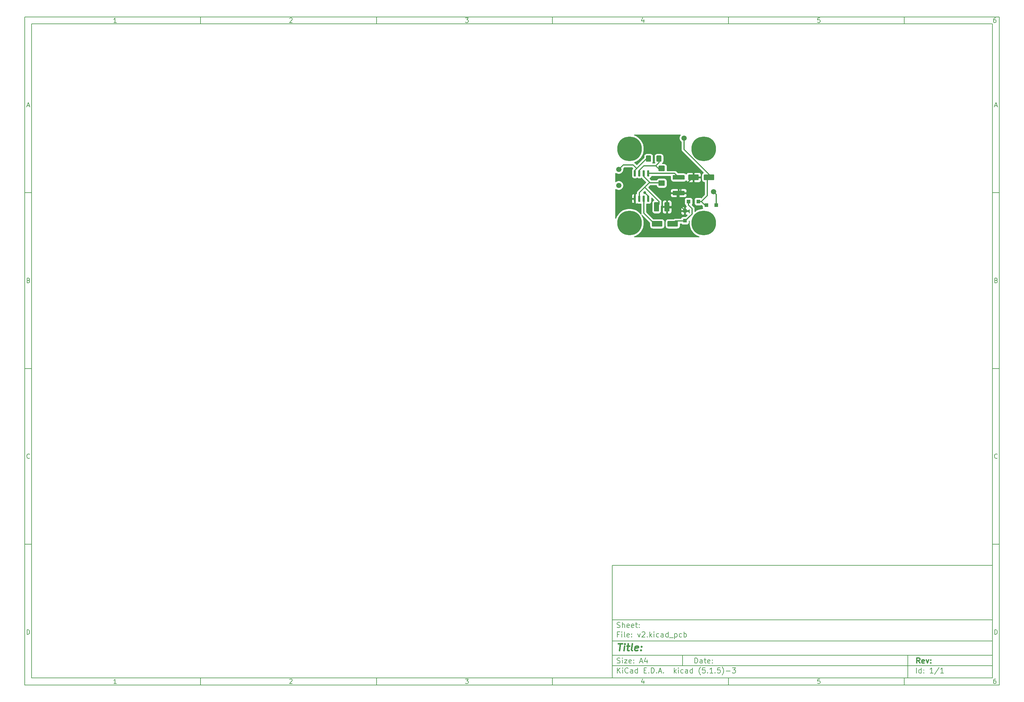
<source format=gbr>
G04 #@! TF.GenerationSoftware,KiCad,Pcbnew,(5.1.5)-3*
G04 #@! TF.CreationDate,2020-05-09T15:27:06-04:00*
G04 #@! TF.ProjectId,v2,76322e6b-6963-4616-945f-706362585858,rev?*
G04 #@! TF.SameCoordinates,Original*
G04 #@! TF.FileFunction,Copper,L1,Top*
G04 #@! TF.FilePolarity,Positive*
%FSLAX46Y46*%
G04 Gerber Fmt 4.6, Leading zero omitted, Abs format (unit mm)*
G04 Created by KiCad (PCBNEW (5.1.5)-3) date 2020-05-09 15:27:06*
%MOMM*%
%LPD*%
G04 APERTURE LIST*
%ADD10C,0.100000*%
%ADD11C,0.150000*%
%ADD12C,0.300000*%
%ADD13C,0.400000*%
%ADD14C,7.000000*%
%ADD15C,0.800000*%
%ADD16R,1.100000X1.100000*%
%ADD17C,1.500000*%
%ADD18C,0.350000*%
%ADD19C,0.254000*%
G04 APERTURE END LIST*
D10*
D11*
X177002200Y-166007200D02*
X177002200Y-198007200D01*
X285002200Y-198007200D01*
X285002200Y-166007200D01*
X177002200Y-166007200D01*
D10*
D11*
X10000000Y-10000000D02*
X10000000Y-200007200D01*
X287002200Y-200007200D01*
X287002200Y-10000000D01*
X10000000Y-10000000D01*
D10*
D11*
X12000000Y-12000000D02*
X12000000Y-198007200D01*
X285002200Y-198007200D01*
X285002200Y-12000000D01*
X12000000Y-12000000D01*
D10*
D11*
X60000000Y-12000000D02*
X60000000Y-10000000D01*
D10*
D11*
X110000000Y-12000000D02*
X110000000Y-10000000D01*
D10*
D11*
X160000000Y-12000000D02*
X160000000Y-10000000D01*
D10*
D11*
X210000000Y-12000000D02*
X210000000Y-10000000D01*
D10*
D11*
X260000000Y-12000000D02*
X260000000Y-10000000D01*
D10*
D11*
X36065476Y-11588095D02*
X35322619Y-11588095D01*
X35694047Y-11588095D02*
X35694047Y-10288095D01*
X35570238Y-10473809D01*
X35446428Y-10597619D01*
X35322619Y-10659523D01*
D10*
D11*
X85322619Y-10411904D02*
X85384523Y-10350000D01*
X85508333Y-10288095D01*
X85817857Y-10288095D01*
X85941666Y-10350000D01*
X86003571Y-10411904D01*
X86065476Y-10535714D01*
X86065476Y-10659523D01*
X86003571Y-10845238D01*
X85260714Y-11588095D01*
X86065476Y-11588095D01*
D10*
D11*
X135260714Y-10288095D02*
X136065476Y-10288095D01*
X135632142Y-10783333D01*
X135817857Y-10783333D01*
X135941666Y-10845238D01*
X136003571Y-10907142D01*
X136065476Y-11030952D01*
X136065476Y-11340476D01*
X136003571Y-11464285D01*
X135941666Y-11526190D01*
X135817857Y-11588095D01*
X135446428Y-11588095D01*
X135322619Y-11526190D01*
X135260714Y-11464285D01*
D10*
D11*
X185941666Y-10721428D02*
X185941666Y-11588095D01*
X185632142Y-10226190D02*
X185322619Y-11154761D01*
X186127380Y-11154761D01*
D10*
D11*
X236003571Y-10288095D02*
X235384523Y-10288095D01*
X235322619Y-10907142D01*
X235384523Y-10845238D01*
X235508333Y-10783333D01*
X235817857Y-10783333D01*
X235941666Y-10845238D01*
X236003571Y-10907142D01*
X236065476Y-11030952D01*
X236065476Y-11340476D01*
X236003571Y-11464285D01*
X235941666Y-11526190D01*
X235817857Y-11588095D01*
X235508333Y-11588095D01*
X235384523Y-11526190D01*
X235322619Y-11464285D01*
D10*
D11*
X285941666Y-10288095D02*
X285694047Y-10288095D01*
X285570238Y-10350000D01*
X285508333Y-10411904D01*
X285384523Y-10597619D01*
X285322619Y-10845238D01*
X285322619Y-11340476D01*
X285384523Y-11464285D01*
X285446428Y-11526190D01*
X285570238Y-11588095D01*
X285817857Y-11588095D01*
X285941666Y-11526190D01*
X286003571Y-11464285D01*
X286065476Y-11340476D01*
X286065476Y-11030952D01*
X286003571Y-10907142D01*
X285941666Y-10845238D01*
X285817857Y-10783333D01*
X285570238Y-10783333D01*
X285446428Y-10845238D01*
X285384523Y-10907142D01*
X285322619Y-11030952D01*
D10*
D11*
X60000000Y-198007200D02*
X60000000Y-200007200D01*
D10*
D11*
X110000000Y-198007200D02*
X110000000Y-200007200D01*
D10*
D11*
X160000000Y-198007200D02*
X160000000Y-200007200D01*
D10*
D11*
X210000000Y-198007200D02*
X210000000Y-200007200D01*
D10*
D11*
X260000000Y-198007200D02*
X260000000Y-200007200D01*
D10*
D11*
X36065476Y-199595295D02*
X35322619Y-199595295D01*
X35694047Y-199595295D02*
X35694047Y-198295295D01*
X35570238Y-198481009D01*
X35446428Y-198604819D01*
X35322619Y-198666723D01*
D10*
D11*
X85322619Y-198419104D02*
X85384523Y-198357200D01*
X85508333Y-198295295D01*
X85817857Y-198295295D01*
X85941666Y-198357200D01*
X86003571Y-198419104D01*
X86065476Y-198542914D01*
X86065476Y-198666723D01*
X86003571Y-198852438D01*
X85260714Y-199595295D01*
X86065476Y-199595295D01*
D10*
D11*
X135260714Y-198295295D02*
X136065476Y-198295295D01*
X135632142Y-198790533D01*
X135817857Y-198790533D01*
X135941666Y-198852438D01*
X136003571Y-198914342D01*
X136065476Y-199038152D01*
X136065476Y-199347676D01*
X136003571Y-199471485D01*
X135941666Y-199533390D01*
X135817857Y-199595295D01*
X135446428Y-199595295D01*
X135322619Y-199533390D01*
X135260714Y-199471485D01*
D10*
D11*
X185941666Y-198728628D02*
X185941666Y-199595295D01*
X185632142Y-198233390D02*
X185322619Y-199161961D01*
X186127380Y-199161961D01*
D10*
D11*
X236003571Y-198295295D02*
X235384523Y-198295295D01*
X235322619Y-198914342D01*
X235384523Y-198852438D01*
X235508333Y-198790533D01*
X235817857Y-198790533D01*
X235941666Y-198852438D01*
X236003571Y-198914342D01*
X236065476Y-199038152D01*
X236065476Y-199347676D01*
X236003571Y-199471485D01*
X235941666Y-199533390D01*
X235817857Y-199595295D01*
X235508333Y-199595295D01*
X235384523Y-199533390D01*
X235322619Y-199471485D01*
D10*
D11*
X285941666Y-198295295D02*
X285694047Y-198295295D01*
X285570238Y-198357200D01*
X285508333Y-198419104D01*
X285384523Y-198604819D01*
X285322619Y-198852438D01*
X285322619Y-199347676D01*
X285384523Y-199471485D01*
X285446428Y-199533390D01*
X285570238Y-199595295D01*
X285817857Y-199595295D01*
X285941666Y-199533390D01*
X286003571Y-199471485D01*
X286065476Y-199347676D01*
X286065476Y-199038152D01*
X286003571Y-198914342D01*
X285941666Y-198852438D01*
X285817857Y-198790533D01*
X285570238Y-198790533D01*
X285446428Y-198852438D01*
X285384523Y-198914342D01*
X285322619Y-199038152D01*
D10*
D11*
X10000000Y-60000000D02*
X12000000Y-60000000D01*
D10*
D11*
X10000000Y-110000000D02*
X12000000Y-110000000D01*
D10*
D11*
X10000000Y-160000000D02*
X12000000Y-160000000D01*
D10*
D11*
X10690476Y-35216666D02*
X11309523Y-35216666D01*
X10566666Y-35588095D02*
X11000000Y-34288095D01*
X11433333Y-35588095D01*
D10*
D11*
X11092857Y-84907142D02*
X11278571Y-84969047D01*
X11340476Y-85030952D01*
X11402380Y-85154761D01*
X11402380Y-85340476D01*
X11340476Y-85464285D01*
X11278571Y-85526190D01*
X11154761Y-85588095D01*
X10659523Y-85588095D01*
X10659523Y-84288095D01*
X11092857Y-84288095D01*
X11216666Y-84350000D01*
X11278571Y-84411904D01*
X11340476Y-84535714D01*
X11340476Y-84659523D01*
X11278571Y-84783333D01*
X11216666Y-84845238D01*
X11092857Y-84907142D01*
X10659523Y-84907142D01*
D10*
D11*
X11402380Y-135464285D02*
X11340476Y-135526190D01*
X11154761Y-135588095D01*
X11030952Y-135588095D01*
X10845238Y-135526190D01*
X10721428Y-135402380D01*
X10659523Y-135278571D01*
X10597619Y-135030952D01*
X10597619Y-134845238D01*
X10659523Y-134597619D01*
X10721428Y-134473809D01*
X10845238Y-134350000D01*
X11030952Y-134288095D01*
X11154761Y-134288095D01*
X11340476Y-134350000D01*
X11402380Y-134411904D01*
D10*
D11*
X10659523Y-185588095D02*
X10659523Y-184288095D01*
X10969047Y-184288095D01*
X11154761Y-184350000D01*
X11278571Y-184473809D01*
X11340476Y-184597619D01*
X11402380Y-184845238D01*
X11402380Y-185030952D01*
X11340476Y-185278571D01*
X11278571Y-185402380D01*
X11154761Y-185526190D01*
X10969047Y-185588095D01*
X10659523Y-185588095D01*
D10*
D11*
X287002200Y-60000000D02*
X285002200Y-60000000D01*
D10*
D11*
X287002200Y-110000000D02*
X285002200Y-110000000D01*
D10*
D11*
X287002200Y-160000000D02*
X285002200Y-160000000D01*
D10*
D11*
X285692676Y-35216666D02*
X286311723Y-35216666D01*
X285568866Y-35588095D02*
X286002200Y-34288095D01*
X286435533Y-35588095D01*
D10*
D11*
X286095057Y-84907142D02*
X286280771Y-84969047D01*
X286342676Y-85030952D01*
X286404580Y-85154761D01*
X286404580Y-85340476D01*
X286342676Y-85464285D01*
X286280771Y-85526190D01*
X286156961Y-85588095D01*
X285661723Y-85588095D01*
X285661723Y-84288095D01*
X286095057Y-84288095D01*
X286218866Y-84350000D01*
X286280771Y-84411904D01*
X286342676Y-84535714D01*
X286342676Y-84659523D01*
X286280771Y-84783333D01*
X286218866Y-84845238D01*
X286095057Y-84907142D01*
X285661723Y-84907142D01*
D10*
D11*
X286404580Y-135464285D02*
X286342676Y-135526190D01*
X286156961Y-135588095D01*
X286033152Y-135588095D01*
X285847438Y-135526190D01*
X285723628Y-135402380D01*
X285661723Y-135278571D01*
X285599819Y-135030952D01*
X285599819Y-134845238D01*
X285661723Y-134597619D01*
X285723628Y-134473809D01*
X285847438Y-134350000D01*
X286033152Y-134288095D01*
X286156961Y-134288095D01*
X286342676Y-134350000D01*
X286404580Y-134411904D01*
D10*
D11*
X285661723Y-185588095D02*
X285661723Y-184288095D01*
X285971247Y-184288095D01*
X286156961Y-184350000D01*
X286280771Y-184473809D01*
X286342676Y-184597619D01*
X286404580Y-184845238D01*
X286404580Y-185030952D01*
X286342676Y-185278571D01*
X286280771Y-185402380D01*
X286156961Y-185526190D01*
X285971247Y-185588095D01*
X285661723Y-185588095D01*
D10*
D11*
X200434342Y-193785771D02*
X200434342Y-192285771D01*
X200791485Y-192285771D01*
X201005771Y-192357200D01*
X201148628Y-192500057D01*
X201220057Y-192642914D01*
X201291485Y-192928628D01*
X201291485Y-193142914D01*
X201220057Y-193428628D01*
X201148628Y-193571485D01*
X201005771Y-193714342D01*
X200791485Y-193785771D01*
X200434342Y-193785771D01*
X202577200Y-193785771D02*
X202577200Y-193000057D01*
X202505771Y-192857200D01*
X202362914Y-192785771D01*
X202077200Y-192785771D01*
X201934342Y-192857200D01*
X202577200Y-193714342D02*
X202434342Y-193785771D01*
X202077200Y-193785771D01*
X201934342Y-193714342D01*
X201862914Y-193571485D01*
X201862914Y-193428628D01*
X201934342Y-193285771D01*
X202077200Y-193214342D01*
X202434342Y-193214342D01*
X202577200Y-193142914D01*
X203077200Y-192785771D02*
X203648628Y-192785771D01*
X203291485Y-192285771D02*
X203291485Y-193571485D01*
X203362914Y-193714342D01*
X203505771Y-193785771D01*
X203648628Y-193785771D01*
X204720057Y-193714342D02*
X204577200Y-193785771D01*
X204291485Y-193785771D01*
X204148628Y-193714342D01*
X204077200Y-193571485D01*
X204077200Y-193000057D01*
X204148628Y-192857200D01*
X204291485Y-192785771D01*
X204577200Y-192785771D01*
X204720057Y-192857200D01*
X204791485Y-193000057D01*
X204791485Y-193142914D01*
X204077200Y-193285771D01*
X205434342Y-193642914D02*
X205505771Y-193714342D01*
X205434342Y-193785771D01*
X205362914Y-193714342D01*
X205434342Y-193642914D01*
X205434342Y-193785771D01*
X205434342Y-192857200D02*
X205505771Y-192928628D01*
X205434342Y-193000057D01*
X205362914Y-192928628D01*
X205434342Y-192857200D01*
X205434342Y-193000057D01*
D10*
D11*
X177002200Y-194507200D02*
X285002200Y-194507200D01*
D10*
D11*
X178434342Y-196585771D02*
X178434342Y-195085771D01*
X179291485Y-196585771D02*
X178648628Y-195728628D01*
X179291485Y-195085771D02*
X178434342Y-195942914D01*
X179934342Y-196585771D02*
X179934342Y-195585771D01*
X179934342Y-195085771D02*
X179862914Y-195157200D01*
X179934342Y-195228628D01*
X180005771Y-195157200D01*
X179934342Y-195085771D01*
X179934342Y-195228628D01*
X181505771Y-196442914D02*
X181434342Y-196514342D01*
X181220057Y-196585771D01*
X181077200Y-196585771D01*
X180862914Y-196514342D01*
X180720057Y-196371485D01*
X180648628Y-196228628D01*
X180577200Y-195942914D01*
X180577200Y-195728628D01*
X180648628Y-195442914D01*
X180720057Y-195300057D01*
X180862914Y-195157200D01*
X181077200Y-195085771D01*
X181220057Y-195085771D01*
X181434342Y-195157200D01*
X181505771Y-195228628D01*
X182791485Y-196585771D02*
X182791485Y-195800057D01*
X182720057Y-195657200D01*
X182577200Y-195585771D01*
X182291485Y-195585771D01*
X182148628Y-195657200D01*
X182791485Y-196514342D02*
X182648628Y-196585771D01*
X182291485Y-196585771D01*
X182148628Y-196514342D01*
X182077200Y-196371485D01*
X182077200Y-196228628D01*
X182148628Y-196085771D01*
X182291485Y-196014342D01*
X182648628Y-196014342D01*
X182791485Y-195942914D01*
X184148628Y-196585771D02*
X184148628Y-195085771D01*
X184148628Y-196514342D02*
X184005771Y-196585771D01*
X183720057Y-196585771D01*
X183577200Y-196514342D01*
X183505771Y-196442914D01*
X183434342Y-196300057D01*
X183434342Y-195871485D01*
X183505771Y-195728628D01*
X183577200Y-195657200D01*
X183720057Y-195585771D01*
X184005771Y-195585771D01*
X184148628Y-195657200D01*
X186005771Y-195800057D02*
X186505771Y-195800057D01*
X186720057Y-196585771D02*
X186005771Y-196585771D01*
X186005771Y-195085771D01*
X186720057Y-195085771D01*
X187362914Y-196442914D02*
X187434342Y-196514342D01*
X187362914Y-196585771D01*
X187291485Y-196514342D01*
X187362914Y-196442914D01*
X187362914Y-196585771D01*
X188077200Y-196585771D02*
X188077200Y-195085771D01*
X188434342Y-195085771D01*
X188648628Y-195157200D01*
X188791485Y-195300057D01*
X188862914Y-195442914D01*
X188934342Y-195728628D01*
X188934342Y-195942914D01*
X188862914Y-196228628D01*
X188791485Y-196371485D01*
X188648628Y-196514342D01*
X188434342Y-196585771D01*
X188077200Y-196585771D01*
X189577200Y-196442914D02*
X189648628Y-196514342D01*
X189577200Y-196585771D01*
X189505771Y-196514342D01*
X189577200Y-196442914D01*
X189577200Y-196585771D01*
X190220057Y-196157200D02*
X190934342Y-196157200D01*
X190077200Y-196585771D02*
X190577200Y-195085771D01*
X191077200Y-196585771D01*
X191577200Y-196442914D02*
X191648628Y-196514342D01*
X191577200Y-196585771D01*
X191505771Y-196514342D01*
X191577200Y-196442914D01*
X191577200Y-196585771D01*
X194577200Y-196585771D02*
X194577200Y-195085771D01*
X194720057Y-196014342D02*
X195148628Y-196585771D01*
X195148628Y-195585771D02*
X194577200Y-196157200D01*
X195791485Y-196585771D02*
X195791485Y-195585771D01*
X195791485Y-195085771D02*
X195720057Y-195157200D01*
X195791485Y-195228628D01*
X195862914Y-195157200D01*
X195791485Y-195085771D01*
X195791485Y-195228628D01*
X197148628Y-196514342D02*
X197005771Y-196585771D01*
X196720057Y-196585771D01*
X196577200Y-196514342D01*
X196505771Y-196442914D01*
X196434342Y-196300057D01*
X196434342Y-195871485D01*
X196505771Y-195728628D01*
X196577200Y-195657200D01*
X196720057Y-195585771D01*
X197005771Y-195585771D01*
X197148628Y-195657200D01*
X198434342Y-196585771D02*
X198434342Y-195800057D01*
X198362914Y-195657200D01*
X198220057Y-195585771D01*
X197934342Y-195585771D01*
X197791485Y-195657200D01*
X198434342Y-196514342D02*
X198291485Y-196585771D01*
X197934342Y-196585771D01*
X197791485Y-196514342D01*
X197720057Y-196371485D01*
X197720057Y-196228628D01*
X197791485Y-196085771D01*
X197934342Y-196014342D01*
X198291485Y-196014342D01*
X198434342Y-195942914D01*
X199791485Y-196585771D02*
X199791485Y-195085771D01*
X199791485Y-196514342D02*
X199648628Y-196585771D01*
X199362914Y-196585771D01*
X199220057Y-196514342D01*
X199148628Y-196442914D01*
X199077200Y-196300057D01*
X199077200Y-195871485D01*
X199148628Y-195728628D01*
X199220057Y-195657200D01*
X199362914Y-195585771D01*
X199648628Y-195585771D01*
X199791485Y-195657200D01*
X202077200Y-197157200D02*
X202005771Y-197085771D01*
X201862914Y-196871485D01*
X201791485Y-196728628D01*
X201720057Y-196514342D01*
X201648628Y-196157200D01*
X201648628Y-195871485D01*
X201720057Y-195514342D01*
X201791485Y-195300057D01*
X201862914Y-195157200D01*
X202005771Y-194942914D01*
X202077200Y-194871485D01*
X203362914Y-195085771D02*
X202648628Y-195085771D01*
X202577200Y-195800057D01*
X202648628Y-195728628D01*
X202791485Y-195657200D01*
X203148628Y-195657200D01*
X203291485Y-195728628D01*
X203362914Y-195800057D01*
X203434342Y-195942914D01*
X203434342Y-196300057D01*
X203362914Y-196442914D01*
X203291485Y-196514342D01*
X203148628Y-196585771D01*
X202791485Y-196585771D01*
X202648628Y-196514342D01*
X202577200Y-196442914D01*
X204077200Y-196442914D02*
X204148628Y-196514342D01*
X204077200Y-196585771D01*
X204005771Y-196514342D01*
X204077200Y-196442914D01*
X204077200Y-196585771D01*
X205577200Y-196585771D02*
X204720057Y-196585771D01*
X205148628Y-196585771D02*
X205148628Y-195085771D01*
X205005771Y-195300057D01*
X204862914Y-195442914D01*
X204720057Y-195514342D01*
X206220057Y-196442914D02*
X206291485Y-196514342D01*
X206220057Y-196585771D01*
X206148628Y-196514342D01*
X206220057Y-196442914D01*
X206220057Y-196585771D01*
X207648628Y-195085771D02*
X206934342Y-195085771D01*
X206862914Y-195800057D01*
X206934342Y-195728628D01*
X207077200Y-195657200D01*
X207434342Y-195657200D01*
X207577200Y-195728628D01*
X207648628Y-195800057D01*
X207720057Y-195942914D01*
X207720057Y-196300057D01*
X207648628Y-196442914D01*
X207577200Y-196514342D01*
X207434342Y-196585771D01*
X207077200Y-196585771D01*
X206934342Y-196514342D01*
X206862914Y-196442914D01*
X208220057Y-197157200D02*
X208291485Y-197085771D01*
X208434342Y-196871485D01*
X208505771Y-196728628D01*
X208577200Y-196514342D01*
X208648628Y-196157200D01*
X208648628Y-195871485D01*
X208577200Y-195514342D01*
X208505771Y-195300057D01*
X208434342Y-195157200D01*
X208291485Y-194942914D01*
X208220057Y-194871485D01*
X209362914Y-196014342D02*
X210505771Y-196014342D01*
X211077200Y-195085771D02*
X212005771Y-195085771D01*
X211505771Y-195657200D01*
X211720057Y-195657200D01*
X211862914Y-195728628D01*
X211934342Y-195800057D01*
X212005771Y-195942914D01*
X212005771Y-196300057D01*
X211934342Y-196442914D01*
X211862914Y-196514342D01*
X211720057Y-196585771D01*
X211291485Y-196585771D01*
X211148628Y-196514342D01*
X211077200Y-196442914D01*
D10*
D11*
X177002200Y-191507200D02*
X285002200Y-191507200D01*
D10*
D12*
X264411485Y-193785771D02*
X263911485Y-193071485D01*
X263554342Y-193785771D02*
X263554342Y-192285771D01*
X264125771Y-192285771D01*
X264268628Y-192357200D01*
X264340057Y-192428628D01*
X264411485Y-192571485D01*
X264411485Y-192785771D01*
X264340057Y-192928628D01*
X264268628Y-193000057D01*
X264125771Y-193071485D01*
X263554342Y-193071485D01*
X265625771Y-193714342D02*
X265482914Y-193785771D01*
X265197200Y-193785771D01*
X265054342Y-193714342D01*
X264982914Y-193571485D01*
X264982914Y-193000057D01*
X265054342Y-192857200D01*
X265197200Y-192785771D01*
X265482914Y-192785771D01*
X265625771Y-192857200D01*
X265697200Y-193000057D01*
X265697200Y-193142914D01*
X264982914Y-193285771D01*
X266197200Y-192785771D02*
X266554342Y-193785771D01*
X266911485Y-192785771D01*
X267482914Y-193642914D02*
X267554342Y-193714342D01*
X267482914Y-193785771D01*
X267411485Y-193714342D01*
X267482914Y-193642914D01*
X267482914Y-193785771D01*
X267482914Y-192857200D02*
X267554342Y-192928628D01*
X267482914Y-193000057D01*
X267411485Y-192928628D01*
X267482914Y-192857200D01*
X267482914Y-193000057D01*
D10*
D11*
X178362914Y-193714342D02*
X178577200Y-193785771D01*
X178934342Y-193785771D01*
X179077200Y-193714342D01*
X179148628Y-193642914D01*
X179220057Y-193500057D01*
X179220057Y-193357200D01*
X179148628Y-193214342D01*
X179077200Y-193142914D01*
X178934342Y-193071485D01*
X178648628Y-193000057D01*
X178505771Y-192928628D01*
X178434342Y-192857200D01*
X178362914Y-192714342D01*
X178362914Y-192571485D01*
X178434342Y-192428628D01*
X178505771Y-192357200D01*
X178648628Y-192285771D01*
X179005771Y-192285771D01*
X179220057Y-192357200D01*
X179862914Y-193785771D02*
X179862914Y-192785771D01*
X179862914Y-192285771D02*
X179791485Y-192357200D01*
X179862914Y-192428628D01*
X179934342Y-192357200D01*
X179862914Y-192285771D01*
X179862914Y-192428628D01*
X180434342Y-192785771D02*
X181220057Y-192785771D01*
X180434342Y-193785771D01*
X181220057Y-193785771D01*
X182362914Y-193714342D02*
X182220057Y-193785771D01*
X181934342Y-193785771D01*
X181791485Y-193714342D01*
X181720057Y-193571485D01*
X181720057Y-193000057D01*
X181791485Y-192857200D01*
X181934342Y-192785771D01*
X182220057Y-192785771D01*
X182362914Y-192857200D01*
X182434342Y-193000057D01*
X182434342Y-193142914D01*
X181720057Y-193285771D01*
X183077200Y-193642914D02*
X183148628Y-193714342D01*
X183077200Y-193785771D01*
X183005771Y-193714342D01*
X183077200Y-193642914D01*
X183077200Y-193785771D01*
X183077200Y-192857200D02*
X183148628Y-192928628D01*
X183077200Y-193000057D01*
X183005771Y-192928628D01*
X183077200Y-192857200D01*
X183077200Y-193000057D01*
X184862914Y-193357200D02*
X185577200Y-193357200D01*
X184720057Y-193785771D02*
X185220057Y-192285771D01*
X185720057Y-193785771D01*
X186862914Y-192785771D02*
X186862914Y-193785771D01*
X186505771Y-192214342D02*
X186148628Y-193285771D01*
X187077200Y-193285771D01*
D10*
D11*
X263434342Y-196585771D02*
X263434342Y-195085771D01*
X264791485Y-196585771D02*
X264791485Y-195085771D01*
X264791485Y-196514342D02*
X264648628Y-196585771D01*
X264362914Y-196585771D01*
X264220057Y-196514342D01*
X264148628Y-196442914D01*
X264077200Y-196300057D01*
X264077200Y-195871485D01*
X264148628Y-195728628D01*
X264220057Y-195657200D01*
X264362914Y-195585771D01*
X264648628Y-195585771D01*
X264791485Y-195657200D01*
X265505771Y-196442914D02*
X265577200Y-196514342D01*
X265505771Y-196585771D01*
X265434342Y-196514342D01*
X265505771Y-196442914D01*
X265505771Y-196585771D01*
X265505771Y-195657200D02*
X265577200Y-195728628D01*
X265505771Y-195800057D01*
X265434342Y-195728628D01*
X265505771Y-195657200D01*
X265505771Y-195800057D01*
X268148628Y-196585771D02*
X267291485Y-196585771D01*
X267720057Y-196585771D02*
X267720057Y-195085771D01*
X267577200Y-195300057D01*
X267434342Y-195442914D01*
X267291485Y-195514342D01*
X269862914Y-195014342D02*
X268577200Y-196942914D01*
X271148628Y-196585771D02*
X270291485Y-196585771D01*
X270720057Y-196585771D02*
X270720057Y-195085771D01*
X270577200Y-195300057D01*
X270434342Y-195442914D01*
X270291485Y-195514342D01*
D10*
D11*
X177002200Y-187507200D02*
X285002200Y-187507200D01*
D10*
D13*
X178714580Y-188211961D02*
X179857438Y-188211961D01*
X179036009Y-190211961D02*
X179286009Y-188211961D01*
X180274104Y-190211961D02*
X180440771Y-188878628D01*
X180524104Y-188211961D02*
X180416961Y-188307200D01*
X180500295Y-188402438D01*
X180607438Y-188307200D01*
X180524104Y-188211961D01*
X180500295Y-188402438D01*
X181107438Y-188878628D02*
X181869342Y-188878628D01*
X181476485Y-188211961D02*
X181262200Y-189926247D01*
X181333628Y-190116723D01*
X181512200Y-190211961D01*
X181702676Y-190211961D01*
X182655057Y-190211961D02*
X182476485Y-190116723D01*
X182405057Y-189926247D01*
X182619342Y-188211961D01*
X184190771Y-190116723D02*
X183988390Y-190211961D01*
X183607438Y-190211961D01*
X183428866Y-190116723D01*
X183357438Y-189926247D01*
X183452676Y-189164342D01*
X183571723Y-188973866D01*
X183774104Y-188878628D01*
X184155057Y-188878628D01*
X184333628Y-188973866D01*
X184405057Y-189164342D01*
X184381247Y-189354819D01*
X183405057Y-189545295D01*
X185155057Y-190021485D02*
X185238390Y-190116723D01*
X185131247Y-190211961D01*
X185047914Y-190116723D01*
X185155057Y-190021485D01*
X185131247Y-190211961D01*
X185286009Y-188973866D02*
X185369342Y-189069104D01*
X185262200Y-189164342D01*
X185178866Y-189069104D01*
X185286009Y-188973866D01*
X185262200Y-189164342D01*
D10*
D11*
X178934342Y-185600057D02*
X178434342Y-185600057D01*
X178434342Y-186385771D02*
X178434342Y-184885771D01*
X179148628Y-184885771D01*
X179720057Y-186385771D02*
X179720057Y-185385771D01*
X179720057Y-184885771D02*
X179648628Y-184957200D01*
X179720057Y-185028628D01*
X179791485Y-184957200D01*
X179720057Y-184885771D01*
X179720057Y-185028628D01*
X180648628Y-186385771D02*
X180505771Y-186314342D01*
X180434342Y-186171485D01*
X180434342Y-184885771D01*
X181791485Y-186314342D02*
X181648628Y-186385771D01*
X181362914Y-186385771D01*
X181220057Y-186314342D01*
X181148628Y-186171485D01*
X181148628Y-185600057D01*
X181220057Y-185457200D01*
X181362914Y-185385771D01*
X181648628Y-185385771D01*
X181791485Y-185457200D01*
X181862914Y-185600057D01*
X181862914Y-185742914D01*
X181148628Y-185885771D01*
X182505771Y-186242914D02*
X182577200Y-186314342D01*
X182505771Y-186385771D01*
X182434342Y-186314342D01*
X182505771Y-186242914D01*
X182505771Y-186385771D01*
X182505771Y-185457200D02*
X182577200Y-185528628D01*
X182505771Y-185600057D01*
X182434342Y-185528628D01*
X182505771Y-185457200D01*
X182505771Y-185600057D01*
X184220057Y-185385771D02*
X184577200Y-186385771D01*
X184934342Y-185385771D01*
X185434342Y-185028628D02*
X185505771Y-184957200D01*
X185648628Y-184885771D01*
X186005771Y-184885771D01*
X186148628Y-184957200D01*
X186220057Y-185028628D01*
X186291485Y-185171485D01*
X186291485Y-185314342D01*
X186220057Y-185528628D01*
X185362914Y-186385771D01*
X186291485Y-186385771D01*
X186934342Y-186242914D02*
X187005771Y-186314342D01*
X186934342Y-186385771D01*
X186862914Y-186314342D01*
X186934342Y-186242914D01*
X186934342Y-186385771D01*
X187648628Y-186385771D02*
X187648628Y-184885771D01*
X187791485Y-185814342D02*
X188220057Y-186385771D01*
X188220057Y-185385771D02*
X187648628Y-185957200D01*
X188862914Y-186385771D02*
X188862914Y-185385771D01*
X188862914Y-184885771D02*
X188791485Y-184957200D01*
X188862914Y-185028628D01*
X188934342Y-184957200D01*
X188862914Y-184885771D01*
X188862914Y-185028628D01*
X190220057Y-186314342D02*
X190077200Y-186385771D01*
X189791485Y-186385771D01*
X189648628Y-186314342D01*
X189577200Y-186242914D01*
X189505771Y-186100057D01*
X189505771Y-185671485D01*
X189577200Y-185528628D01*
X189648628Y-185457200D01*
X189791485Y-185385771D01*
X190077200Y-185385771D01*
X190220057Y-185457200D01*
X191505771Y-186385771D02*
X191505771Y-185600057D01*
X191434342Y-185457200D01*
X191291485Y-185385771D01*
X191005771Y-185385771D01*
X190862914Y-185457200D01*
X191505771Y-186314342D02*
X191362914Y-186385771D01*
X191005771Y-186385771D01*
X190862914Y-186314342D01*
X190791485Y-186171485D01*
X190791485Y-186028628D01*
X190862914Y-185885771D01*
X191005771Y-185814342D01*
X191362914Y-185814342D01*
X191505771Y-185742914D01*
X192862914Y-186385771D02*
X192862914Y-184885771D01*
X192862914Y-186314342D02*
X192720057Y-186385771D01*
X192434342Y-186385771D01*
X192291485Y-186314342D01*
X192220057Y-186242914D01*
X192148628Y-186100057D01*
X192148628Y-185671485D01*
X192220057Y-185528628D01*
X192291485Y-185457200D01*
X192434342Y-185385771D01*
X192720057Y-185385771D01*
X192862914Y-185457200D01*
X193220057Y-186528628D02*
X194362914Y-186528628D01*
X194720057Y-185385771D02*
X194720057Y-186885771D01*
X194720057Y-185457200D02*
X194862914Y-185385771D01*
X195148628Y-185385771D01*
X195291485Y-185457200D01*
X195362914Y-185528628D01*
X195434342Y-185671485D01*
X195434342Y-186100057D01*
X195362914Y-186242914D01*
X195291485Y-186314342D01*
X195148628Y-186385771D01*
X194862914Y-186385771D01*
X194720057Y-186314342D01*
X196720057Y-186314342D02*
X196577200Y-186385771D01*
X196291485Y-186385771D01*
X196148628Y-186314342D01*
X196077200Y-186242914D01*
X196005771Y-186100057D01*
X196005771Y-185671485D01*
X196077200Y-185528628D01*
X196148628Y-185457200D01*
X196291485Y-185385771D01*
X196577200Y-185385771D01*
X196720057Y-185457200D01*
X197362914Y-186385771D02*
X197362914Y-184885771D01*
X197362914Y-185457200D02*
X197505771Y-185385771D01*
X197791485Y-185385771D01*
X197934342Y-185457200D01*
X198005771Y-185528628D01*
X198077200Y-185671485D01*
X198077200Y-186100057D01*
X198005771Y-186242914D01*
X197934342Y-186314342D01*
X197791485Y-186385771D01*
X197505771Y-186385771D01*
X197362914Y-186314342D01*
D10*
D11*
X177002200Y-181507200D02*
X285002200Y-181507200D01*
D10*
D11*
X178362914Y-183614342D02*
X178577200Y-183685771D01*
X178934342Y-183685771D01*
X179077200Y-183614342D01*
X179148628Y-183542914D01*
X179220057Y-183400057D01*
X179220057Y-183257200D01*
X179148628Y-183114342D01*
X179077200Y-183042914D01*
X178934342Y-182971485D01*
X178648628Y-182900057D01*
X178505771Y-182828628D01*
X178434342Y-182757200D01*
X178362914Y-182614342D01*
X178362914Y-182471485D01*
X178434342Y-182328628D01*
X178505771Y-182257200D01*
X178648628Y-182185771D01*
X179005771Y-182185771D01*
X179220057Y-182257200D01*
X179862914Y-183685771D02*
X179862914Y-182185771D01*
X180505771Y-183685771D02*
X180505771Y-182900057D01*
X180434342Y-182757200D01*
X180291485Y-182685771D01*
X180077200Y-182685771D01*
X179934342Y-182757200D01*
X179862914Y-182828628D01*
X181791485Y-183614342D02*
X181648628Y-183685771D01*
X181362914Y-183685771D01*
X181220057Y-183614342D01*
X181148628Y-183471485D01*
X181148628Y-182900057D01*
X181220057Y-182757200D01*
X181362914Y-182685771D01*
X181648628Y-182685771D01*
X181791485Y-182757200D01*
X181862914Y-182900057D01*
X181862914Y-183042914D01*
X181148628Y-183185771D01*
X183077200Y-183614342D02*
X182934342Y-183685771D01*
X182648628Y-183685771D01*
X182505771Y-183614342D01*
X182434342Y-183471485D01*
X182434342Y-182900057D01*
X182505771Y-182757200D01*
X182648628Y-182685771D01*
X182934342Y-182685771D01*
X183077200Y-182757200D01*
X183148628Y-182900057D01*
X183148628Y-183042914D01*
X182434342Y-183185771D01*
X183577200Y-182685771D02*
X184148628Y-182685771D01*
X183791485Y-182185771D02*
X183791485Y-183471485D01*
X183862914Y-183614342D01*
X184005771Y-183685771D01*
X184148628Y-183685771D01*
X184648628Y-183542914D02*
X184720057Y-183614342D01*
X184648628Y-183685771D01*
X184577200Y-183614342D01*
X184648628Y-183542914D01*
X184648628Y-183685771D01*
X184648628Y-182757200D02*
X184720057Y-182828628D01*
X184648628Y-182900057D01*
X184577200Y-182828628D01*
X184648628Y-182757200D01*
X184648628Y-182900057D01*
D10*
D11*
X197002200Y-191507200D02*
X197002200Y-194507200D01*
D10*
D11*
X261002200Y-191507200D02*
X261002200Y-198007200D01*
D14*
X202946000Y-47498000D03*
D15*
X205571000Y-47498000D03*
X204802155Y-49354155D03*
X202946000Y-50123000D03*
X201089845Y-49354155D03*
X200321000Y-47498000D03*
X201089845Y-45641845D03*
X202946000Y-44873000D03*
X204802155Y-45641845D03*
X204802155Y-66723845D03*
X202946000Y-65955000D03*
X201089845Y-66723845D03*
X200321000Y-68580000D03*
X201089845Y-70436155D03*
X202946000Y-71205000D03*
X204802155Y-70436155D03*
X205571000Y-68580000D03*
D14*
X202946000Y-68580000D03*
X181864000Y-68580000D03*
D15*
X184489000Y-68580000D03*
X183720155Y-70436155D03*
X181864000Y-71205000D03*
X180007845Y-70436155D03*
X179239000Y-68580000D03*
X180007845Y-66723845D03*
X181864000Y-65955000D03*
X183720155Y-66723845D03*
X183720155Y-45641845D03*
X181864000Y-44873000D03*
X180007845Y-45641845D03*
X179239000Y-47498000D03*
X180007845Y-49354155D03*
X181864000Y-50123000D03*
X183720155Y-49354155D03*
X184489000Y-47498000D03*
D14*
X181864000Y-47498000D03*
G04 #@! TA.AperFunction,SMDPad,CuDef*
D10*
G36*
X183552703Y-53635222D02*
G01*
X183567264Y-53637382D01*
X183581543Y-53640959D01*
X183595403Y-53645918D01*
X183608710Y-53652212D01*
X183621336Y-53659780D01*
X183633159Y-53668548D01*
X183644066Y-53678434D01*
X183653952Y-53689341D01*
X183662720Y-53701164D01*
X183670288Y-53713790D01*
X183676582Y-53727097D01*
X183681541Y-53740957D01*
X183685118Y-53755236D01*
X183687278Y-53769797D01*
X183688000Y-53784500D01*
X183688000Y-55209500D01*
X183687278Y-55224203D01*
X183685118Y-55238764D01*
X183681541Y-55253043D01*
X183676582Y-55266903D01*
X183670288Y-55280210D01*
X183662720Y-55292836D01*
X183653952Y-55304659D01*
X183644066Y-55315566D01*
X183633159Y-55325452D01*
X183621336Y-55334220D01*
X183608710Y-55341788D01*
X183595403Y-55348082D01*
X183581543Y-55353041D01*
X183567264Y-55356618D01*
X183552703Y-55358778D01*
X183538000Y-55359500D01*
X183238000Y-55359500D01*
X183223297Y-55358778D01*
X183208736Y-55356618D01*
X183194457Y-55353041D01*
X183180597Y-55348082D01*
X183167290Y-55341788D01*
X183154664Y-55334220D01*
X183142841Y-55325452D01*
X183131934Y-55315566D01*
X183122048Y-55304659D01*
X183113280Y-55292836D01*
X183105712Y-55280210D01*
X183099418Y-55266903D01*
X183094459Y-55253043D01*
X183090882Y-55238764D01*
X183088722Y-55224203D01*
X183088000Y-55209500D01*
X183088000Y-53784500D01*
X183088722Y-53769797D01*
X183090882Y-53755236D01*
X183094459Y-53740957D01*
X183099418Y-53727097D01*
X183105712Y-53713790D01*
X183113280Y-53701164D01*
X183122048Y-53689341D01*
X183131934Y-53678434D01*
X183142841Y-53668548D01*
X183154664Y-53659780D01*
X183167290Y-53652212D01*
X183180597Y-53645918D01*
X183194457Y-53640959D01*
X183208736Y-53637382D01*
X183223297Y-53635222D01*
X183238000Y-53634500D01*
X183538000Y-53634500D01*
X183552703Y-53635222D01*
G37*
G04 #@! TD.AperFunction*
G04 #@! TA.AperFunction,SMDPad,CuDef*
G36*
X184822703Y-53635222D02*
G01*
X184837264Y-53637382D01*
X184851543Y-53640959D01*
X184865403Y-53645918D01*
X184878710Y-53652212D01*
X184891336Y-53659780D01*
X184903159Y-53668548D01*
X184914066Y-53678434D01*
X184923952Y-53689341D01*
X184932720Y-53701164D01*
X184940288Y-53713790D01*
X184946582Y-53727097D01*
X184951541Y-53740957D01*
X184955118Y-53755236D01*
X184957278Y-53769797D01*
X184958000Y-53784500D01*
X184958000Y-55209500D01*
X184957278Y-55224203D01*
X184955118Y-55238764D01*
X184951541Y-55253043D01*
X184946582Y-55266903D01*
X184940288Y-55280210D01*
X184932720Y-55292836D01*
X184923952Y-55304659D01*
X184914066Y-55315566D01*
X184903159Y-55325452D01*
X184891336Y-55334220D01*
X184878710Y-55341788D01*
X184865403Y-55348082D01*
X184851543Y-55353041D01*
X184837264Y-55356618D01*
X184822703Y-55358778D01*
X184808000Y-55359500D01*
X184508000Y-55359500D01*
X184493297Y-55358778D01*
X184478736Y-55356618D01*
X184464457Y-55353041D01*
X184450597Y-55348082D01*
X184437290Y-55341788D01*
X184424664Y-55334220D01*
X184412841Y-55325452D01*
X184401934Y-55315566D01*
X184392048Y-55304659D01*
X184383280Y-55292836D01*
X184375712Y-55280210D01*
X184369418Y-55266903D01*
X184364459Y-55253043D01*
X184360882Y-55238764D01*
X184358722Y-55224203D01*
X184358000Y-55209500D01*
X184358000Y-53784500D01*
X184358722Y-53769797D01*
X184360882Y-53755236D01*
X184364459Y-53740957D01*
X184369418Y-53727097D01*
X184375712Y-53713790D01*
X184383280Y-53701164D01*
X184392048Y-53689341D01*
X184401934Y-53678434D01*
X184412841Y-53668548D01*
X184424664Y-53659780D01*
X184437290Y-53652212D01*
X184450597Y-53645918D01*
X184464457Y-53640959D01*
X184478736Y-53637382D01*
X184493297Y-53635222D01*
X184508000Y-53634500D01*
X184808000Y-53634500D01*
X184822703Y-53635222D01*
G37*
G04 #@! TD.AperFunction*
G04 #@! TA.AperFunction,SMDPad,CuDef*
G36*
X186092703Y-53635222D02*
G01*
X186107264Y-53637382D01*
X186121543Y-53640959D01*
X186135403Y-53645918D01*
X186148710Y-53652212D01*
X186161336Y-53659780D01*
X186173159Y-53668548D01*
X186184066Y-53678434D01*
X186193952Y-53689341D01*
X186202720Y-53701164D01*
X186210288Y-53713790D01*
X186216582Y-53727097D01*
X186221541Y-53740957D01*
X186225118Y-53755236D01*
X186227278Y-53769797D01*
X186228000Y-53784500D01*
X186228000Y-55209500D01*
X186227278Y-55224203D01*
X186225118Y-55238764D01*
X186221541Y-55253043D01*
X186216582Y-55266903D01*
X186210288Y-55280210D01*
X186202720Y-55292836D01*
X186193952Y-55304659D01*
X186184066Y-55315566D01*
X186173159Y-55325452D01*
X186161336Y-55334220D01*
X186148710Y-55341788D01*
X186135403Y-55348082D01*
X186121543Y-55353041D01*
X186107264Y-55356618D01*
X186092703Y-55358778D01*
X186078000Y-55359500D01*
X185778000Y-55359500D01*
X185763297Y-55358778D01*
X185748736Y-55356618D01*
X185734457Y-55353041D01*
X185720597Y-55348082D01*
X185707290Y-55341788D01*
X185694664Y-55334220D01*
X185682841Y-55325452D01*
X185671934Y-55315566D01*
X185662048Y-55304659D01*
X185653280Y-55292836D01*
X185645712Y-55280210D01*
X185639418Y-55266903D01*
X185634459Y-55253043D01*
X185630882Y-55238764D01*
X185628722Y-55224203D01*
X185628000Y-55209500D01*
X185628000Y-53784500D01*
X185628722Y-53769797D01*
X185630882Y-53755236D01*
X185634459Y-53740957D01*
X185639418Y-53727097D01*
X185645712Y-53713790D01*
X185653280Y-53701164D01*
X185662048Y-53689341D01*
X185671934Y-53678434D01*
X185682841Y-53668548D01*
X185694664Y-53659780D01*
X185707290Y-53652212D01*
X185720597Y-53645918D01*
X185734457Y-53640959D01*
X185748736Y-53637382D01*
X185763297Y-53635222D01*
X185778000Y-53634500D01*
X186078000Y-53634500D01*
X186092703Y-53635222D01*
G37*
G04 #@! TD.AperFunction*
G04 #@! TA.AperFunction,SMDPad,CuDef*
G36*
X187362703Y-53635222D02*
G01*
X187377264Y-53637382D01*
X187391543Y-53640959D01*
X187405403Y-53645918D01*
X187418710Y-53652212D01*
X187431336Y-53659780D01*
X187443159Y-53668548D01*
X187454066Y-53678434D01*
X187463952Y-53689341D01*
X187472720Y-53701164D01*
X187480288Y-53713790D01*
X187486582Y-53727097D01*
X187491541Y-53740957D01*
X187495118Y-53755236D01*
X187497278Y-53769797D01*
X187498000Y-53784500D01*
X187498000Y-55209500D01*
X187497278Y-55224203D01*
X187495118Y-55238764D01*
X187491541Y-55253043D01*
X187486582Y-55266903D01*
X187480288Y-55280210D01*
X187472720Y-55292836D01*
X187463952Y-55304659D01*
X187454066Y-55315566D01*
X187443159Y-55325452D01*
X187431336Y-55334220D01*
X187418710Y-55341788D01*
X187405403Y-55348082D01*
X187391543Y-55353041D01*
X187377264Y-55356618D01*
X187362703Y-55358778D01*
X187348000Y-55359500D01*
X187048000Y-55359500D01*
X187033297Y-55358778D01*
X187018736Y-55356618D01*
X187004457Y-55353041D01*
X186990597Y-55348082D01*
X186977290Y-55341788D01*
X186964664Y-55334220D01*
X186952841Y-55325452D01*
X186941934Y-55315566D01*
X186932048Y-55304659D01*
X186923280Y-55292836D01*
X186915712Y-55280210D01*
X186909418Y-55266903D01*
X186904459Y-55253043D01*
X186900882Y-55238764D01*
X186898722Y-55224203D01*
X186898000Y-55209500D01*
X186898000Y-53784500D01*
X186898722Y-53769797D01*
X186900882Y-53755236D01*
X186904459Y-53740957D01*
X186909418Y-53727097D01*
X186915712Y-53713790D01*
X186923280Y-53701164D01*
X186932048Y-53689341D01*
X186941934Y-53678434D01*
X186952841Y-53668548D01*
X186964664Y-53659780D01*
X186977290Y-53652212D01*
X186990597Y-53645918D01*
X187004457Y-53640959D01*
X187018736Y-53637382D01*
X187033297Y-53635222D01*
X187048000Y-53634500D01*
X187348000Y-53634500D01*
X187362703Y-53635222D01*
G37*
G04 #@! TD.AperFunction*
G04 #@! TA.AperFunction,SMDPad,CuDef*
G36*
X187362703Y-60860222D02*
G01*
X187377264Y-60862382D01*
X187391543Y-60865959D01*
X187405403Y-60870918D01*
X187418710Y-60877212D01*
X187431336Y-60884780D01*
X187443159Y-60893548D01*
X187454066Y-60903434D01*
X187463952Y-60914341D01*
X187472720Y-60926164D01*
X187480288Y-60938790D01*
X187486582Y-60952097D01*
X187491541Y-60965957D01*
X187495118Y-60980236D01*
X187497278Y-60994797D01*
X187498000Y-61009500D01*
X187498000Y-62434500D01*
X187497278Y-62449203D01*
X187495118Y-62463764D01*
X187491541Y-62478043D01*
X187486582Y-62491903D01*
X187480288Y-62505210D01*
X187472720Y-62517836D01*
X187463952Y-62529659D01*
X187454066Y-62540566D01*
X187443159Y-62550452D01*
X187431336Y-62559220D01*
X187418710Y-62566788D01*
X187405403Y-62573082D01*
X187391543Y-62578041D01*
X187377264Y-62581618D01*
X187362703Y-62583778D01*
X187348000Y-62584500D01*
X187048000Y-62584500D01*
X187033297Y-62583778D01*
X187018736Y-62581618D01*
X187004457Y-62578041D01*
X186990597Y-62573082D01*
X186977290Y-62566788D01*
X186964664Y-62559220D01*
X186952841Y-62550452D01*
X186941934Y-62540566D01*
X186932048Y-62529659D01*
X186923280Y-62517836D01*
X186915712Y-62505210D01*
X186909418Y-62491903D01*
X186904459Y-62478043D01*
X186900882Y-62463764D01*
X186898722Y-62449203D01*
X186898000Y-62434500D01*
X186898000Y-61009500D01*
X186898722Y-60994797D01*
X186900882Y-60980236D01*
X186904459Y-60965957D01*
X186909418Y-60952097D01*
X186915712Y-60938790D01*
X186923280Y-60926164D01*
X186932048Y-60914341D01*
X186941934Y-60903434D01*
X186952841Y-60893548D01*
X186964664Y-60884780D01*
X186977290Y-60877212D01*
X186990597Y-60870918D01*
X187004457Y-60865959D01*
X187018736Y-60862382D01*
X187033297Y-60860222D01*
X187048000Y-60859500D01*
X187348000Y-60859500D01*
X187362703Y-60860222D01*
G37*
G04 #@! TD.AperFunction*
G04 #@! TA.AperFunction,SMDPad,CuDef*
G36*
X186092703Y-60860222D02*
G01*
X186107264Y-60862382D01*
X186121543Y-60865959D01*
X186135403Y-60870918D01*
X186148710Y-60877212D01*
X186161336Y-60884780D01*
X186173159Y-60893548D01*
X186184066Y-60903434D01*
X186193952Y-60914341D01*
X186202720Y-60926164D01*
X186210288Y-60938790D01*
X186216582Y-60952097D01*
X186221541Y-60965957D01*
X186225118Y-60980236D01*
X186227278Y-60994797D01*
X186228000Y-61009500D01*
X186228000Y-62434500D01*
X186227278Y-62449203D01*
X186225118Y-62463764D01*
X186221541Y-62478043D01*
X186216582Y-62491903D01*
X186210288Y-62505210D01*
X186202720Y-62517836D01*
X186193952Y-62529659D01*
X186184066Y-62540566D01*
X186173159Y-62550452D01*
X186161336Y-62559220D01*
X186148710Y-62566788D01*
X186135403Y-62573082D01*
X186121543Y-62578041D01*
X186107264Y-62581618D01*
X186092703Y-62583778D01*
X186078000Y-62584500D01*
X185778000Y-62584500D01*
X185763297Y-62583778D01*
X185748736Y-62581618D01*
X185734457Y-62578041D01*
X185720597Y-62573082D01*
X185707290Y-62566788D01*
X185694664Y-62559220D01*
X185682841Y-62550452D01*
X185671934Y-62540566D01*
X185662048Y-62529659D01*
X185653280Y-62517836D01*
X185645712Y-62505210D01*
X185639418Y-62491903D01*
X185634459Y-62478043D01*
X185630882Y-62463764D01*
X185628722Y-62449203D01*
X185628000Y-62434500D01*
X185628000Y-61009500D01*
X185628722Y-60994797D01*
X185630882Y-60980236D01*
X185634459Y-60965957D01*
X185639418Y-60952097D01*
X185645712Y-60938790D01*
X185653280Y-60926164D01*
X185662048Y-60914341D01*
X185671934Y-60903434D01*
X185682841Y-60893548D01*
X185694664Y-60884780D01*
X185707290Y-60877212D01*
X185720597Y-60870918D01*
X185734457Y-60865959D01*
X185748736Y-60862382D01*
X185763297Y-60860222D01*
X185778000Y-60859500D01*
X186078000Y-60859500D01*
X186092703Y-60860222D01*
G37*
G04 #@! TD.AperFunction*
G04 #@! TA.AperFunction,SMDPad,CuDef*
G36*
X184822703Y-60860222D02*
G01*
X184837264Y-60862382D01*
X184851543Y-60865959D01*
X184865403Y-60870918D01*
X184878710Y-60877212D01*
X184891336Y-60884780D01*
X184903159Y-60893548D01*
X184914066Y-60903434D01*
X184923952Y-60914341D01*
X184932720Y-60926164D01*
X184940288Y-60938790D01*
X184946582Y-60952097D01*
X184951541Y-60965957D01*
X184955118Y-60980236D01*
X184957278Y-60994797D01*
X184958000Y-61009500D01*
X184958000Y-62434500D01*
X184957278Y-62449203D01*
X184955118Y-62463764D01*
X184951541Y-62478043D01*
X184946582Y-62491903D01*
X184940288Y-62505210D01*
X184932720Y-62517836D01*
X184923952Y-62529659D01*
X184914066Y-62540566D01*
X184903159Y-62550452D01*
X184891336Y-62559220D01*
X184878710Y-62566788D01*
X184865403Y-62573082D01*
X184851543Y-62578041D01*
X184837264Y-62581618D01*
X184822703Y-62583778D01*
X184808000Y-62584500D01*
X184508000Y-62584500D01*
X184493297Y-62583778D01*
X184478736Y-62581618D01*
X184464457Y-62578041D01*
X184450597Y-62573082D01*
X184437290Y-62566788D01*
X184424664Y-62559220D01*
X184412841Y-62550452D01*
X184401934Y-62540566D01*
X184392048Y-62529659D01*
X184383280Y-62517836D01*
X184375712Y-62505210D01*
X184369418Y-62491903D01*
X184364459Y-62478043D01*
X184360882Y-62463764D01*
X184358722Y-62449203D01*
X184358000Y-62434500D01*
X184358000Y-61009500D01*
X184358722Y-60994797D01*
X184360882Y-60980236D01*
X184364459Y-60965957D01*
X184369418Y-60952097D01*
X184375712Y-60938790D01*
X184383280Y-60926164D01*
X184392048Y-60914341D01*
X184401934Y-60903434D01*
X184412841Y-60893548D01*
X184424664Y-60884780D01*
X184437290Y-60877212D01*
X184450597Y-60870918D01*
X184464457Y-60865959D01*
X184478736Y-60862382D01*
X184493297Y-60860222D01*
X184508000Y-60859500D01*
X184808000Y-60859500D01*
X184822703Y-60860222D01*
G37*
G04 #@! TD.AperFunction*
G04 #@! TA.AperFunction,SMDPad,CuDef*
G36*
X183552703Y-60860222D02*
G01*
X183567264Y-60862382D01*
X183581543Y-60865959D01*
X183595403Y-60870918D01*
X183608710Y-60877212D01*
X183621336Y-60884780D01*
X183633159Y-60893548D01*
X183644066Y-60903434D01*
X183653952Y-60914341D01*
X183662720Y-60926164D01*
X183670288Y-60938790D01*
X183676582Y-60952097D01*
X183681541Y-60965957D01*
X183685118Y-60980236D01*
X183687278Y-60994797D01*
X183688000Y-61009500D01*
X183688000Y-62434500D01*
X183687278Y-62449203D01*
X183685118Y-62463764D01*
X183681541Y-62478043D01*
X183676582Y-62491903D01*
X183670288Y-62505210D01*
X183662720Y-62517836D01*
X183653952Y-62529659D01*
X183644066Y-62540566D01*
X183633159Y-62550452D01*
X183621336Y-62559220D01*
X183608710Y-62566788D01*
X183595403Y-62573082D01*
X183581543Y-62578041D01*
X183567264Y-62581618D01*
X183552703Y-62583778D01*
X183538000Y-62584500D01*
X183238000Y-62584500D01*
X183223297Y-62583778D01*
X183208736Y-62581618D01*
X183194457Y-62578041D01*
X183180597Y-62573082D01*
X183167290Y-62566788D01*
X183154664Y-62559220D01*
X183142841Y-62550452D01*
X183131934Y-62540566D01*
X183122048Y-62529659D01*
X183113280Y-62517836D01*
X183105712Y-62505210D01*
X183099418Y-62491903D01*
X183094459Y-62478043D01*
X183090882Y-62463764D01*
X183088722Y-62449203D01*
X183088000Y-62434500D01*
X183088000Y-61009500D01*
X183088722Y-60994797D01*
X183090882Y-60980236D01*
X183094459Y-60965957D01*
X183099418Y-60952097D01*
X183105712Y-60938790D01*
X183113280Y-60926164D01*
X183122048Y-60914341D01*
X183131934Y-60903434D01*
X183142841Y-60893548D01*
X183154664Y-60884780D01*
X183167290Y-60877212D01*
X183180597Y-60870918D01*
X183194457Y-60865959D01*
X183208736Y-60862382D01*
X183223297Y-60860222D01*
X183238000Y-60859500D01*
X183538000Y-60859500D01*
X183552703Y-60860222D01*
G37*
G04 #@! TD.AperFunction*
G04 #@! TA.AperFunction,SMDPad,CuDef*
G36*
X191682505Y-56474704D02*
G01*
X191706773Y-56478304D01*
X191730572Y-56484265D01*
X191753671Y-56492530D01*
X191775850Y-56503020D01*
X191796893Y-56515632D01*
X191816599Y-56530247D01*
X191834777Y-56546723D01*
X191851253Y-56564901D01*
X191865868Y-56584607D01*
X191878480Y-56605650D01*
X191888970Y-56627829D01*
X191897235Y-56650928D01*
X191903196Y-56674727D01*
X191906796Y-56698995D01*
X191908000Y-56723499D01*
X191908000Y-57798501D01*
X191906796Y-57823005D01*
X191903196Y-57847273D01*
X191897235Y-57871072D01*
X191888970Y-57894171D01*
X191878480Y-57916350D01*
X191865868Y-57937393D01*
X191851253Y-57957099D01*
X191834777Y-57975277D01*
X191816599Y-57991753D01*
X191796893Y-58006368D01*
X191775850Y-58018980D01*
X191753671Y-58029470D01*
X191730572Y-58037735D01*
X191706773Y-58043696D01*
X191682505Y-58047296D01*
X191658001Y-58048500D01*
X190357999Y-58048500D01*
X190333495Y-58047296D01*
X190309227Y-58043696D01*
X190285428Y-58037735D01*
X190262329Y-58029470D01*
X190240150Y-58018980D01*
X190219107Y-58006368D01*
X190199401Y-57991753D01*
X190181223Y-57975277D01*
X190164747Y-57957099D01*
X190150132Y-57937393D01*
X190137520Y-57916350D01*
X190127030Y-57894171D01*
X190118765Y-57871072D01*
X190112804Y-57847273D01*
X190109204Y-57823005D01*
X190108000Y-57798501D01*
X190108000Y-56723499D01*
X190109204Y-56698995D01*
X190112804Y-56674727D01*
X190118765Y-56650928D01*
X190127030Y-56627829D01*
X190137520Y-56605650D01*
X190150132Y-56584607D01*
X190164747Y-56564901D01*
X190181223Y-56546723D01*
X190199401Y-56530247D01*
X190219107Y-56515632D01*
X190240150Y-56503020D01*
X190262329Y-56492530D01*
X190285428Y-56484265D01*
X190309227Y-56478304D01*
X190333495Y-56474704D01*
X190357999Y-56473500D01*
X191658001Y-56473500D01*
X191682505Y-56474704D01*
G37*
G04 #@! TD.AperFunction*
G04 #@! TA.AperFunction,SMDPad,CuDef*
G36*
X191682505Y-52299704D02*
G01*
X191706773Y-52303304D01*
X191730572Y-52309265D01*
X191753671Y-52317530D01*
X191775850Y-52328020D01*
X191796893Y-52340632D01*
X191816599Y-52355247D01*
X191834777Y-52371723D01*
X191851253Y-52389901D01*
X191865868Y-52409607D01*
X191878480Y-52430650D01*
X191888970Y-52452829D01*
X191897235Y-52475928D01*
X191903196Y-52499727D01*
X191906796Y-52523995D01*
X191908000Y-52548499D01*
X191908000Y-53623501D01*
X191906796Y-53648005D01*
X191903196Y-53672273D01*
X191897235Y-53696072D01*
X191888970Y-53719171D01*
X191878480Y-53741350D01*
X191865868Y-53762393D01*
X191851253Y-53782099D01*
X191834777Y-53800277D01*
X191816599Y-53816753D01*
X191796893Y-53831368D01*
X191775850Y-53843980D01*
X191753671Y-53854470D01*
X191730572Y-53862735D01*
X191706773Y-53868696D01*
X191682505Y-53872296D01*
X191658001Y-53873500D01*
X190357999Y-53873500D01*
X190333495Y-53872296D01*
X190309227Y-53868696D01*
X190285428Y-53862735D01*
X190262329Y-53854470D01*
X190240150Y-53843980D01*
X190219107Y-53831368D01*
X190199401Y-53816753D01*
X190181223Y-53800277D01*
X190164747Y-53782099D01*
X190150132Y-53762393D01*
X190137520Y-53741350D01*
X190127030Y-53719171D01*
X190118765Y-53696072D01*
X190112804Y-53672273D01*
X190109204Y-53648005D01*
X190108000Y-53623501D01*
X190108000Y-52548499D01*
X190109204Y-52523995D01*
X190112804Y-52499727D01*
X190118765Y-52475928D01*
X190127030Y-52452829D01*
X190137520Y-52430650D01*
X190150132Y-52409607D01*
X190164747Y-52389901D01*
X190181223Y-52371723D01*
X190199401Y-52355247D01*
X190219107Y-52340632D01*
X190240150Y-52328020D01*
X190262329Y-52317530D01*
X190285428Y-52309265D01*
X190309227Y-52303304D01*
X190333495Y-52299704D01*
X190357999Y-52298500D01*
X191658001Y-52298500D01*
X191682505Y-52299704D01*
G37*
G04 #@! TD.AperFunction*
G04 #@! TA.AperFunction,SMDPad,CuDef*
G36*
X190733004Y-49418204D02*
G01*
X190757273Y-49421804D01*
X190781071Y-49427765D01*
X190804171Y-49436030D01*
X190826349Y-49446520D01*
X190847393Y-49459133D01*
X190867098Y-49473747D01*
X190885277Y-49490223D01*
X190901753Y-49508402D01*
X190916367Y-49528107D01*
X190928980Y-49549151D01*
X190939470Y-49571329D01*
X190947735Y-49594429D01*
X190953696Y-49618227D01*
X190957296Y-49642496D01*
X190958500Y-49667000D01*
X190958500Y-50917000D01*
X190957296Y-50941504D01*
X190953696Y-50965773D01*
X190947735Y-50989571D01*
X190939470Y-51012671D01*
X190928980Y-51034849D01*
X190916367Y-51055893D01*
X190901753Y-51075598D01*
X190885277Y-51093777D01*
X190867098Y-51110253D01*
X190847393Y-51124867D01*
X190826349Y-51137480D01*
X190804171Y-51147970D01*
X190781071Y-51156235D01*
X190757273Y-51162196D01*
X190733004Y-51165796D01*
X190708500Y-51167000D01*
X189783500Y-51167000D01*
X189758996Y-51165796D01*
X189734727Y-51162196D01*
X189710929Y-51156235D01*
X189687829Y-51147970D01*
X189665651Y-51137480D01*
X189644607Y-51124867D01*
X189624902Y-51110253D01*
X189606723Y-51093777D01*
X189590247Y-51075598D01*
X189575633Y-51055893D01*
X189563020Y-51034849D01*
X189552530Y-51012671D01*
X189544265Y-50989571D01*
X189538304Y-50965773D01*
X189534704Y-50941504D01*
X189533500Y-50917000D01*
X189533500Y-49667000D01*
X189534704Y-49642496D01*
X189538304Y-49618227D01*
X189544265Y-49594429D01*
X189552530Y-49571329D01*
X189563020Y-49549151D01*
X189575633Y-49528107D01*
X189590247Y-49508402D01*
X189606723Y-49490223D01*
X189624902Y-49473747D01*
X189644607Y-49459133D01*
X189665651Y-49446520D01*
X189687829Y-49436030D01*
X189710929Y-49427765D01*
X189734727Y-49421804D01*
X189758996Y-49418204D01*
X189783500Y-49417000D01*
X190708500Y-49417000D01*
X190733004Y-49418204D01*
G37*
G04 #@! TD.AperFunction*
G04 #@! TA.AperFunction,SMDPad,CuDef*
G36*
X187758004Y-49418204D02*
G01*
X187782273Y-49421804D01*
X187806071Y-49427765D01*
X187829171Y-49436030D01*
X187851349Y-49446520D01*
X187872393Y-49459133D01*
X187892098Y-49473747D01*
X187910277Y-49490223D01*
X187926753Y-49508402D01*
X187941367Y-49528107D01*
X187953980Y-49549151D01*
X187964470Y-49571329D01*
X187972735Y-49594429D01*
X187978696Y-49618227D01*
X187982296Y-49642496D01*
X187983500Y-49667000D01*
X187983500Y-50917000D01*
X187982296Y-50941504D01*
X187978696Y-50965773D01*
X187972735Y-50989571D01*
X187964470Y-51012671D01*
X187953980Y-51034849D01*
X187941367Y-51055893D01*
X187926753Y-51075598D01*
X187910277Y-51093777D01*
X187892098Y-51110253D01*
X187872393Y-51124867D01*
X187851349Y-51137480D01*
X187829171Y-51147970D01*
X187806071Y-51156235D01*
X187782273Y-51162196D01*
X187758004Y-51165796D01*
X187733500Y-51167000D01*
X186808500Y-51167000D01*
X186783996Y-51165796D01*
X186759727Y-51162196D01*
X186735929Y-51156235D01*
X186712829Y-51147970D01*
X186690651Y-51137480D01*
X186669607Y-51124867D01*
X186649902Y-51110253D01*
X186631723Y-51093777D01*
X186615247Y-51075598D01*
X186600633Y-51055893D01*
X186588020Y-51034849D01*
X186577530Y-51012671D01*
X186569265Y-50989571D01*
X186563304Y-50965773D01*
X186559704Y-50941504D01*
X186558500Y-50917000D01*
X186558500Y-49667000D01*
X186559704Y-49642496D01*
X186563304Y-49618227D01*
X186569265Y-49594429D01*
X186577530Y-49571329D01*
X186588020Y-49549151D01*
X186600633Y-49528107D01*
X186615247Y-49508402D01*
X186631723Y-49490223D01*
X186649902Y-49473747D01*
X186669607Y-49459133D01*
X186690651Y-49446520D01*
X186712829Y-49436030D01*
X186735929Y-49427765D01*
X186759727Y-49421804D01*
X186783996Y-49418204D01*
X186808500Y-49417000D01*
X187733500Y-49417000D01*
X187758004Y-49418204D01*
G37*
G04 #@! TD.AperFunction*
D16*
X206502000Y-63500000D03*
X203702000Y-63500000D03*
X197612000Y-67948000D03*
X197612000Y-65148000D03*
X201428000Y-62484000D03*
X198628000Y-62484000D03*
G04 #@! TA.AperFunction,SMDPad,CuDef*
D10*
G36*
X201344504Y-54827204D02*
G01*
X201368773Y-54830804D01*
X201392571Y-54836765D01*
X201415671Y-54845030D01*
X201437849Y-54855520D01*
X201458893Y-54868133D01*
X201478598Y-54882747D01*
X201496777Y-54899223D01*
X201513253Y-54917402D01*
X201527867Y-54937107D01*
X201540480Y-54958151D01*
X201550970Y-54980329D01*
X201559235Y-55003429D01*
X201565196Y-55027227D01*
X201568796Y-55051496D01*
X201570000Y-55076000D01*
X201570000Y-56176000D01*
X201568796Y-56200504D01*
X201565196Y-56224773D01*
X201559235Y-56248571D01*
X201550970Y-56271671D01*
X201540480Y-56293849D01*
X201527867Y-56314893D01*
X201513253Y-56334598D01*
X201496777Y-56352777D01*
X201478598Y-56369253D01*
X201458893Y-56383867D01*
X201437849Y-56396480D01*
X201415671Y-56406970D01*
X201392571Y-56415235D01*
X201368773Y-56421196D01*
X201344504Y-56424796D01*
X201320000Y-56426000D01*
X198820000Y-56426000D01*
X198795496Y-56424796D01*
X198771227Y-56421196D01*
X198747429Y-56415235D01*
X198724329Y-56406970D01*
X198702151Y-56396480D01*
X198681107Y-56383867D01*
X198661402Y-56369253D01*
X198643223Y-56352777D01*
X198626747Y-56334598D01*
X198612133Y-56314893D01*
X198599520Y-56293849D01*
X198589030Y-56271671D01*
X198580765Y-56248571D01*
X198574804Y-56224773D01*
X198571204Y-56200504D01*
X198570000Y-56176000D01*
X198570000Y-55076000D01*
X198571204Y-55051496D01*
X198574804Y-55027227D01*
X198580765Y-55003429D01*
X198589030Y-54980329D01*
X198599520Y-54958151D01*
X198612133Y-54937107D01*
X198626747Y-54917402D01*
X198643223Y-54899223D01*
X198661402Y-54882747D01*
X198681107Y-54868133D01*
X198702151Y-54855520D01*
X198724329Y-54845030D01*
X198747429Y-54836765D01*
X198771227Y-54830804D01*
X198795496Y-54827204D01*
X198820000Y-54826000D01*
X201320000Y-54826000D01*
X201344504Y-54827204D01*
G37*
G04 #@! TD.AperFunction*
G04 #@! TA.AperFunction,SMDPad,CuDef*
G36*
X205744504Y-54827204D02*
G01*
X205768773Y-54830804D01*
X205792571Y-54836765D01*
X205815671Y-54845030D01*
X205837849Y-54855520D01*
X205858893Y-54868133D01*
X205878598Y-54882747D01*
X205896777Y-54899223D01*
X205913253Y-54917402D01*
X205927867Y-54937107D01*
X205940480Y-54958151D01*
X205950970Y-54980329D01*
X205959235Y-55003429D01*
X205965196Y-55027227D01*
X205968796Y-55051496D01*
X205970000Y-55076000D01*
X205970000Y-56176000D01*
X205968796Y-56200504D01*
X205965196Y-56224773D01*
X205959235Y-56248571D01*
X205950970Y-56271671D01*
X205940480Y-56293849D01*
X205927867Y-56314893D01*
X205913253Y-56334598D01*
X205896777Y-56352777D01*
X205878598Y-56369253D01*
X205858893Y-56383867D01*
X205837849Y-56396480D01*
X205815671Y-56406970D01*
X205792571Y-56415235D01*
X205768773Y-56421196D01*
X205744504Y-56424796D01*
X205720000Y-56426000D01*
X203220000Y-56426000D01*
X203195496Y-56424796D01*
X203171227Y-56421196D01*
X203147429Y-56415235D01*
X203124329Y-56406970D01*
X203102151Y-56396480D01*
X203081107Y-56383867D01*
X203061402Y-56369253D01*
X203043223Y-56352777D01*
X203026747Y-56334598D01*
X203012133Y-56314893D01*
X202999520Y-56293849D01*
X202989030Y-56271671D01*
X202980765Y-56248571D01*
X202974804Y-56224773D01*
X202971204Y-56200504D01*
X202970000Y-56176000D01*
X202970000Y-55076000D01*
X202971204Y-55051496D01*
X202974804Y-55027227D01*
X202980765Y-55003429D01*
X202989030Y-54980329D01*
X202999520Y-54958151D01*
X203012133Y-54937107D01*
X203026747Y-54917402D01*
X203043223Y-54899223D01*
X203061402Y-54882747D01*
X203081107Y-54868133D01*
X203102151Y-54855520D01*
X203124329Y-54845030D01*
X203147429Y-54836765D01*
X203171227Y-54830804D01*
X203195496Y-54827204D01*
X203220000Y-54826000D01*
X205720000Y-54826000D01*
X205744504Y-54827204D01*
G37*
G04 #@! TD.AperFunction*
G04 #@! TA.AperFunction,SMDPad,CuDef*
G36*
X195412504Y-68035204D02*
G01*
X195436773Y-68038804D01*
X195460571Y-68044765D01*
X195483671Y-68053030D01*
X195505849Y-68063520D01*
X195526893Y-68076133D01*
X195546598Y-68090747D01*
X195564777Y-68107223D01*
X195581253Y-68125402D01*
X195595867Y-68145107D01*
X195608480Y-68166151D01*
X195618970Y-68188329D01*
X195627235Y-68211429D01*
X195633196Y-68235227D01*
X195636796Y-68259496D01*
X195638000Y-68284000D01*
X195638000Y-69384000D01*
X195636796Y-69408504D01*
X195633196Y-69432773D01*
X195627235Y-69456571D01*
X195618970Y-69479671D01*
X195608480Y-69501849D01*
X195595867Y-69522893D01*
X195581253Y-69542598D01*
X195564777Y-69560777D01*
X195546598Y-69577253D01*
X195526893Y-69591867D01*
X195505849Y-69604480D01*
X195483671Y-69614970D01*
X195460571Y-69623235D01*
X195436773Y-69629196D01*
X195412504Y-69632796D01*
X195388000Y-69634000D01*
X192888000Y-69634000D01*
X192863496Y-69632796D01*
X192839227Y-69629196D01*
X192815429Y-69623235D01*
X192792329Y-69614970D01*
X192770151Y-69604480D01*
X192749107Y-69591867D01*
X192729402Y-69577253D01*
X192711223Y-69560777D01*
X192694747Y-69542598D01*
X192680133Y-69522893D01*
X192667520Y-69501849D01*
X192657030Y-69479671D01*
X192648765Y-69456571D01*
X192642804Y-69432773D01*
X192639204Y-69408504D01*
X192638000Y-69384000D01*
X192638000Y-68284000D01*
X192639204Y-68259496D01*
X192642804Y-68235227D01*
X192648765Y-68211429D01*
X192657030Y-68188329D01*
X192667520Y-68166151D01*
X192680133Y-68145107D01*
X192694747Y-68125402D01*
X192711223Y-68107223D01*
X192729402Y-68090747D01*
X192749107Y-68076133D01*
X192770151Y-68063520D01*
X192792329Y-68053030D01*
X192815429Y-68044765D01*
X192839227Y-68038804D01*
X192863496Y-68035204D01*
X192888000Y-68034000D01*
X195388000Y-68034000D01*
X195412504Y-68035204D01*
G37*
G04 #@! TD.AperFunction*
G04 #@! TA.AperFunction,SMDPad,CuDef*
G36*
X191012504Y-68035204D02*
G01*
X191036773Y-68038804D01*
X191060571Y-68044765D01*
X191083671Y-68053030D01*
X191105849Y-68063520D01*
X191126893Y-68076133D01*
X191146598Y-68090747D01*
X191164777Y-68107223D01*
X191181253Y-68125402D01*
X191195867Y-68145107D01*
X191208480Y-68166151D01*
X191218970Y-68188329D01*
X191227235Y-68211429D01*
X191233196Y-68235227D01*
X191236796Y-68259496D01*
X191238000Y-68284000D01*
X191238000Y-69384000D01*
X191236796Y-69408504D01*
X191233196Y-69432773D01*
X191227235Y-69456571D01*
X191218970Y-69479671D01*
X191208480Y-69501849D01*
X191195867Y-69522893D01*
X191181253Y-69542598D01*
X191164777Y-69560777D01*
X191146598Y-69577253D01*
X191126893Y-69591867D01*
X191105849Y-69604480D01*
X191083671Y-69614970D01*
X191060571Y-69623235D01*
X191036773Y-69629196D01*
X191012504Y-69632796D01*
X190988000Y-69634000D01*
X188488000Y-69634000D01*
X188463496Y-69632796D01*
X188439227Y-69629196D01*
X188415429Y-69623235D01*
X188392329Y-69614970D01*
X188370151Y-69604480D01*
X188349107Y-69591867D01*
X188329402Y-69577253D01*
X188311223Y-69560777D01*
X188294747Y-69542598D01*
X188280133Y-69522893D01*
X188267520Y-69501849D01*
X188257030Y-69479671D01*
X188248765Y-69456571D01*
X188242804Y-69432773D01*
X188239204Y-69408504D01*
X188238000Y-69384000D01*
X188238000Y-68284000D01*
X188239204Y-68259496D01*
X188242804Y-68235227D01*
X188248765Y-68211429D01*
X188257030Y-68188329D01*
X188267520Y-68166151D01*
X188280133Y-68145107D01*
X188294747Y-68125402D01*
X188311223Y-68107223D01*
X188329402Y-68090747D01*
X188349107Y-68076133D01*
X188370151Y-68063520D01*
X188392329Y-68053030D01*
X188415429Y-68044765D01*
X188439227Y-68038804D01*
X188463496Y-68035204D01*
X188488000Y-68034000D01*
X190988000Y-68034000D01*
X191012504Y-68035204D01*
G37*
G04 #@! TD.AperFunction*
G04 #@! TA.AperFunction,SMDPad,CuDef*
G36*
X197308504Y-59427204D02*
G01*
X197332773Y-59430804D01*
X197356571Y-59436765D01*
X197379671Y-59445030D01*
X197401849Y-59455520D01*
X197422893Y-59468133D01*
X197442598Y-59482747D01*
X197460777Y-59499223D01*
X197477253Y-59517402D01*
X197491867Y-59537107D01*
X197504480Y-59558151D01*
X197514970Y-59580329D01*
X197523235Y-59603429D01*
X197529196Y-59627227D01*
X197532796Y-59651496D01*
X197534000Y-59676000D01*
X197534000Y-60476000D01*
X197532796Y-60500504D01*
X197529196Y-60524773D01*
X197523235Y-60548571D01*
X197514970Y-60571671D01*
X197504480Y-60593849D01*
X197491867Y-60614893D01*
X197477253Y-60634598D01*
X197460777Y-60652777D01*
X197442598Y-60669253D01*
X197422893Y-60683867D01*
X197401849Y-60696480D01*
X197379671Y-60706970D01*
X197356571Y-60715235D01*
X197332773Y-60721196D01*
X197308504Y-60724796D01*
X197284000Y-60726000D01*
X194384000Y-60726000D01*
X194359496Y-60724796D01*
X194335227Y-60721196D01*
X194311429Y-60715235D01*
X194288329Y-60706970D01*
X194266151Y-60696480D01*
X194245107Y-60683867D01*
X194225402Y-60669253D01*
X194207223Y-60652777D01*
X194190747Y-60634598D01*
X194176133Y-60614893D01*
X194163520Y-60593849D01*
X194153030Y-60571671D01*
X194144765Y-60548571D01*
X194138804Y-60524773D01*
X194135204Y-60500504D01*
X194134000Y-60476000D01*
X194134000Y-59676000D01*
X194135204Y-59651496D01*
X194138804Y-59627227D01*
X194144765Y-59603429D01*
X194153030Y-59580329D01*
X194163520Y-59558151D01*
X194176133Y-59537107D01*
X194190747Y-59517402D01*
X194207223Y-59499223D01*
X194225402Y-59482747D01*
X194245107Y-59468133D01*
X194266151Y-59455520D01*
X194288329Y-59445030D01*
X194311429Y-59436765D01*
X194335227Y-59430804D01*
X194359496Y-59427204D01*
X194384000Y-59426000D01*
X197284000Y-59426000D01*
X197308504Y-59427204D01*
G37*
G04 #@! TD.AperFunction*
G04 #@! TA.AperFunction,SMDPad,CuDef*
G36*
X197308504Y-54977204D02*
G01*
X197332773Y-54980804D01*
X197356571Y-54986765D01*
X197379671Y-54995030D01*
X197401849Y-55005520D01*
X197422893Y-55018133D01*
X197442598Y-55032747D01*
X197460777Y-55049223D01*
X197477253Y-55067402D01*
X197491867Y-55087107D01*
X197504480Y-55108151D01*
X197514970Y-55130329D01*
X197523235Y-55153429D01*
X197529196Y-55177227D01*
X197532796Y-55201496D01*
X197534000Y-55226000D01*
X197534000Y-56026000D01*
X197532796Y-56050504D01*
X197529196Y-56074773D01*
X197523235Y-56098571D01*
X197514970Y-56121671D01*
X197504480Y-56143849D01*
X197491867Y-56164893D01*
X197477253Y-56184598D01*
X197460777Y-56202777D01*
X197442598Y-56219253D01*
X197422893Y-56233867D01*
X197401849Y-56246480D01*
X197379671Y-56256970D01*
X197356571Y-56265235D01*
X197332773Y-56271196D01*
X197308504Y-56274796D01*
X197284000Y-56276000D01*
X194384000Y-56276000D01*
X194359496Y-56274796D01*
X194335227Y-56271196D01*
X194311429Y-56265235D01*
X194288329Y-56256970D01*
X194266151Y-56246480D01*
X194245107Y-56233867D01*
X194225402Y-56219253D01*
X194207223Y-56202777D01*
X194190747Y-56184598D01*
X194176133Y-56164893D01*
X194163520Y-56143849D01*
X194153030Y-56121671D01*
X194144765Y-56098571D01*
X194138804Y-56074773D01*
X194135204Y-56050504D01*
X194134000Y-56026000D01*
X194134000Y-55226000D01*
X194135204Y-55201496D01*
X194138804Y-55177227D01*
X194144765Y-55153429D01*
X194153030Y-55130329D01*
X194163520Y-55108151D01*
X194176133Y-55087107D01*
X194190747Y-55067402D01*
X194207223Y-55049223D01*
X194225402Y-55032747D01*
X194245107Y-55018133D01*
X194266151Y-55005520D01*
X194288329Y-54995030D01*
X194311429Y-54986765D01*
X194335227Y-54980804D01*
X194359496Y-54977204D01*
X194384000Y-54976000D01*
X197284000Y-54976000D01*
X197308504Y-54977204D01*
G37*
G04 #@! TD.AperFunction*
G04 #@! TA.AperFunction,SMDPad,CuDef*
G36*
X193019004Y-62684204D02*
G01*
X193043273Y-62687804D01*
X193067071Y-62693765D01*
X193090171Y-62702030D01*
X193112349Y-62712520D01*
X193133393Y-62725133D01*
X193153098Y-62739747D01*
X193171277Y-62756223D01*
X193187753Y-62774402D01*
X193202367Y-62794107D01*
X193214980Y-62815151D01*
X193225470Y-62837329D01*
X193233735Y-62860429D01*
X193239696Y-62884227D01*
X193243296Y-62908496D01*
X193244500Y-62933000D01*
X193244500Y-65083000D01*
X193243296Y-65107504D01*
X193239696Y-65131773D01*
X193233735Y-65155571D01*
X193225470Y-65178671D01*
X193214980Y-65200849D01*
X193202367Y-65221893D01*
X193187753Y-65241598D01*
X193171277Y-65259777D01*
X193153098Y-65276253D01*
X193133393Y-65290867D01*
X193112349Y-65303480D01*
X193090171Y-65313970D01*
X193067071Y-65322235D01*
X193043273Y-65328196D01*
X193019004Y-65331796D01*
X192994500Y-65333000D01*
X192069500Y-65333000D01*
X192044996Y-65331796D01*
X192020727Y-65328196D01*
X191996929Y-65322235D01*
X191973829Y-65313970D01*
X191951651Y-65303480D01*
X191930607Y-65290867D01*
X191910902Y-65276253D01*
X191892723Y-65259777D01*
X191876247Y-65241598D01*
X191861633Y-65221893D01*
X191849020Y-65200849D01*
X191838530Y-65178671D01*
X191830265Y-65155571D01*
X191824304Y-65131773D01*
X191820704Y-65107504D01*
X191819500Y-65083000D01*
X191819500Y-62933000D01*
X191820704Y-62908496D01*
X191824304Y-62884227D01*
X191830265Y-62860429D01*
X191838530Y-62837329D01*
X191849020Y-62815151D01*
X191861633Y-62794107D01*
X191876247Y-62774402D01*
X191892723Y-62756223D01*
X191910902Y-62739747D01*
X191930607Y-62725133D01*
X191951651Y-62712520D01*
X191973829Y-62702030D01*
X191996929Y-62693765D01*
X192020727Y-62687804D01*
X192044996Y-62684204D01*
X192069500Y-62683000D01*
X192994500Y-62683000D01*
X193019004Y-62684204D01*
G37*
G04 #@! TD.AperFunction*
G04 #@! TA.AperFunction,SMDPad,CuDef*
G36*
X190044004Y-62684204D02*
G01*
X190068273Y-62687804D01*
X190092071Y-62693765D01*
X190115171Y-62702030D01*
X190137349Y-62712520D01*
X190158393Y-62725133D01*
X190178098Y-62739747D01*
X190196277Y-62756223D01*
X190212753Y-62774402D01*
X190227367Y-62794107D01*
X190239980Y-62815151D01*
X190250470Y-62837329D01*
X190258735Y-62860429D01*
X190264696Y-62884227D01*
X190268296Y-62908496D01*
X190269500Y-62933000D01*
X190269500Y-65083000D01*
X190268296Y-65107504D01*
X190264696Y-65131773D01*
X190258735Y-65155571D01*
X190250470Y-65178671D01*
X190239980Y-65200849D01*
X190227367Y-65221893D01*
X190212753Y-65241598D01*
X190196277Y-65259777D01*
X190178098Y-65276253D01*
X190158393Y-65290867D01*
X190137349Y-65303480D01*
X190115171Y-65313970D01*
X190092071Y-65322235D01*
X190068273Y-65328196D01*
X190044004Y-65331796D01*
X190019500Y-65333000D01*
X189094500Y-65333000D01*
X189069996Y-65331796D01*
X189045727Y-65328196D01*
X189021929Y-65322235D01*
X188998829Y-65313970D01*
X188976651Y-65303480D01*
X188955607Y-65290867D01*
X188935902Y-65276253D01*
X188917723Y-65259777D01*
X188901247Y-65241598D01*
X188886633Y-65221893D01*
X188874020Y-65200849D01*
X188863530Y-65178671D01*
X188855265Y-65155571D01*
X188849304Y-65131773D01*
X188845704Y-65107504D01*
X188844500Y-65083000D01*
X188844500Y-62933000D01*
X188845704Y-62908496D01*
X188849304Y-62884227D01*
X188855265Y-62860429D01*
X188863530Y-62837329D01*
X188874020Y-62815151D01*
X188886633Y-62794107D01*
X188901247Y-62774402D01*
X188917723Y-62756223D01*
X188935902Y-62739747D01*
X188955607Y-62725133D01*
X188976651Y-62712520D01*
X188998829Y-62702030D01*
X189021929Y-62693765D01*
X189045727Y-62687804D01*
X189069996Y-62684204D01*
X189094500Y-62683000D01*
X190019500Y-62683000D01*
X190044004Y-62684204D01*
G37*
G04 #@! TD.AperFunction*
D17*
X178816000Y-62992000D03*
D15*
X184404000Y-64262000D03*
X195072000Y-64262000D03*
D17*
X193548000Y-44450000D03*
X197358000Y-44450000D03*
X205740000Y-59690000D03*
X178816000Y-53340000D03*
X178816000Y-57912000D03*
D15*
X186182000Y-59944000D03*
D18*
X196484000Y-59426000D02*
X196484000Y-59040000D01*
X195834000Y-60076000D02*
X196484000Y-59426000D01*
X196484000Y-59040000D02*
X199898000Y-55626000D01*
X183388000Y-61722000D02*
X183388000Y-63246000D01*
X183388000Y-63246000D02*
X184404000Y-64262000D01*
X195072000Y-64262000D02*
X192786000Y-64262000D01*
X192786000Y-64262000D02*
X192532000Y-64008000D01*
X195072000Y-64262000D02*
X196850000Y-64262000D01*
X196850000Y-64262000D02*
X197866000Y-65278000D01*
X195471999Y-63862001D02*
X195471999Y-60560001D01*
X195072000Y-64262000D02*
X195471999Y-63862001D01*
X195471999Y-60560001D02*
X195834000Y-60198000D01*
X183134000Y-62992000D02*
X178816000Y-62992000D01*
X183388000Y-63246000D02*
X183134000Y-62992000D01*
X185928000Y-55359500D02*
X187718500Y-57150000D01*
X185928000Y-54497000D02*
X185928000Y-55359500D01*
X187718500Y-57150000D02*
X191008000Y-57150000D01*
X187718500Y-57150000D02*
X187452000Y-57150000D01*
X184658000Y-59944000D02*
X184658000Y-61722000D01*
X190269500Y-63295500D02*
X190269500Y-62507500D01*
X189557000Y-64008000D02*
X190269500Y-63295500D01*
X190269500Y-62507500D02*
X186182000Y-58420000D01*
X187452000Y-57150000D02*
X186182000Y-58420000D01*
X186182000Y-58420000D02*
X184658000Y-59944000D01*
X194705000Y-54497000D02*
X195834000Y-55626000D01*
X187198000Y-54497000D02*
X194705000Y-54497000D01*
X195834000Y-55626000D02*
X196088000Y-55626000D01*
X194938000Y-68034000D02*
X197574000Y-68034000D01*
X194138000Y-68834000D02*
X194938000Y-68034000D01*
X197574000Y-68034000D02*
X197612000Y-68072000D01*
X197612000Y-67948000D02*
X197736000Y-67948000D01*
X197736000Y-67948000D02*
X199390000Y-66294000D01*
X199390000Y-66294000D02*
X199644000Y-66040000D01*
X199644000Y-66040000D02*
X199644000Y-64516000D01*
X199644000Y-64516000D02*
X198628000Y-63500000D01*
X198628000Y-63500000D02*
X198628000Y-62484000D01*
X188976000Y-68834000D02*
X189738000Y-68834000D01*
X185928000Y-61722000D02*
X185928000Y-65786000D01*
X185928000Y-65786000D02*
X188976000Y-68834000D01*
X202328000Y-62484000D02*
X203344000Y-63500000D01*
X201428000Y-62484000D02*
X202328000Y-62484000D01*
X203344000Y-63500000D02*
X203708000Y-63500000D01*
X202328000Y-62484000D02*
X203962000Y-60850000D01*
X203962000Y-60850000D02*
X203962000Y-55372000D01*
X203962000Y-55372000D02*
X204216000Y-55626000D01*
X204216000Y-55626000D02*
X204470000Y-55626000D01*
X197358000Y-47714000D02*
X197358000Y-44450000D01*
X204470000Y-55626000D02*
X204470000Y-54826000D01*
X204470000Y-54826000D02*
X197358000Y-47714000D01*
X205740000Y-59690000D02*
X206502000Y-60452000D01*
X206502000Y-60452000D02*
X206502000Y-63500000D01*
X190108000Y-53086000D02*
X189346000Y-52324000D01*
X191008000Y-53086000D02*
X190108000Y-53086000D01*
X189346000Y-52324000D02*
X186496022Y-52324000D01*
X186496022Y-52324000D02*
X185928000Y-52324000D01*
X185928000Y-52324000D02*
X184658000Y-53594000D01*
X184658000Y-53594000D02*
X184658000Y-54610000D01*
X189346000Y-52324000D02*
X190246000Y-51424000D01*
X190246000Y-51424000D02*
X190246000Y-50292000D01*
X183388000Y-54497000D02*
X183388000Y-53634500D01*
X186730500Y-50292000D02*
X187198000Y-50292000D01*
X183388000Y-53634500D02*
X183916250Y-53106250D01*
X183916250Y-53106250D02*
X186730500Y-50292000D01*
X180086000Y-52070000D02*
X178816000Y-53340000D01*
X183916250Y-53106250D02*
X182880000Y-52070000D01*
X182880000Y-52070000D02*
X180086000Y-52070000D01*
X186182000Y-59944000D02*
X187198000Y-60960000D01*
X187198000Y-60960000D02*
X187198000Y-61468000D01*
D19*
G36*
X196130629Y-43793957D02*
G01*
X196026225Y-44046011D01*
X195973000Y-44313589D01*
X195973000Y-44586411D01*
X196026225Y-44853989D01*
X196130629Y-45106043D01*
X196282201Y-45332886D01*
X196475114Y-45525799D01*
X196548001Y-45574500D01*
X196548000Y-47674212D01*
X196544081Y-47714000D01*
X196548000Y-47753788D01*
X196548000Y-47753790D01*
X196559720Y-47872787D01*
X196606037Y-48025472D01*
X196622451Y-48056180D01*
X196681251Y-48166189D01*
X196712703Y-48204513D01*
X196782472Y-48289528D01*
X196813388Y-48314900D01*
X202797951Y-54299464D01*
X202726614Y-54337595D01*
X202592038Y-54448038D01*
X202481595Y-54582614D01*
X202399528Y-54736150D01*
X202348992Y-54902746D01*
X202331928Y-55076000D01*
X202331928Y-56176000D01*
X202348992Y-56349254D01*
X202399528Y-56515850D01*
X202481595Y-56669386D01*
X202592038Y-56803962D01*
X202726614Y-56914405D01*
X202880150Y-56996472D01*
X203046746Y-57047008D01*
X203152001Y-57057375D01*
X203152000Y-60514487D01*
X202287223Y-61379265D01*
X202222180Y-61344498D01*
X202102482Y-61308188D01*
X201978000Y-61295928D01*
X200878000Y-61295928D01*
X200753518Y-61308188D01*
X200633820Y-61344498D01*
X200523506Y-61403463D01*
X200426815Y-61482815D01*
X200347463Y-61579506D01*
X200288498Y-61689820D01*
X200252188Y-61809518D01*
X200239928Y-61934000D01*
X200239928Y-63034000D01*
X200252188Y-63158482D01*
X200288498Y-63278180D01*
X200347463Y-63388494D01*
X200426815Y-63485185D01*
X200523506Y-63564537D01*
X200633820Y-63623502D01*
X200753518Y-63659812D01*
X200878000Y-63672072D01*
X201978000Y-63672072D01*
X202102482Y-63659812D01*
X202222180Y-63623502D01*
X202287223Y-63588735D01*
X202513928Y-63815440D01*
X202513928Y-64050000D01*
X202526188Y-64174482D01*
X202562498Y-64294180D01*
X202621463Y-64404494D01*
X202654705Y-64445000D01*
X202538738Y-64445000D01*
X201739865Y-64603906D01*
X200987343Y-64915611D01*
X200454000Y-65271979D01*
X200454000Y-64555788D01*
X200457919Y-64516000D01*
X200450926Y-64445000D01*
X200442280Y-64357212D01*
X200395963Y-64204527D01*
X200327012Y-64075528D01*
X200320749Y-64063810D01*
X200274946Y-64008000D01*
X200219528Y-63940472D01*
X200188612Y-63915100D01*
X199687563Y-63414051D01*
X199708537Y-63388494D01*
X199767502Y-63278180D01*
X199803812Y-63158482D01*
X199816072Y-63034000D01*
X199816072Y-61934000D01*
X199803812Y-61809518D01*
X199767502Y-61689820D01*
X199708537Y-61579506D01*
X199629185Y-61482815D01*
X199532494Y-61403463D01*
X199422180Y-61344498D01*
X199302482Y-61308188D01*
X199178000Y-61295928D01*
X198078000Y-61295928D01*
X197953518Y-61308188D01*
X197833820Y-61344498D01*
X197723506Y-61403463D01*
X197626815Y-61482815D01*
X197547463Y-61579506D01*
X197488498Y-61689820D01*
X197452188Y-61809518D01*
X197439928Y-61934000D01*
X197439928Y-63034000D01*
X197452188Y-63158482D01*
X197488498Y-63278180D01*
X197547463Y-63388494D01*
X197626815Y-63485185D01*
X197723506Y-63564537D01*
X197825824Y-63619228D01*
X197829720Y-63658787D01*
X197876037Y-63811472D01*
X197876038Y-63811473D01*
X197951251Y-63952189D01*
X197959534Y-63962282D01*
X197897750Y-63963000D01*
X197739000Y-64121750D01*
X197739000Y-65021000D01*
X198638250Y-65021000D01*
X198797000Y-64862250D01*
X198797549Y-64815061D01*
X198834001Y-64851513D01*
X198834000Y-65704487D01*
X198795657Y-65742830D01*
X198800072Y-65698000D01*
X198797000Y-65433750D01*
X198638250Y-65275000D01*
X197739000Y-65275000D01*
X197739000Y-66174250D01*
X197897750Y-66333000D01*
X198162000Y-66336072D01*
X198206831Y-66331657D01*
X197778560Y-66759928D01*
X197062000Y-66759928D01*
X196937518Y-66772188D01*
X196817820Y-66808498D01*
X196707506Y-66867463D01*
X196610815Y-66946815D01*
X196531463Y-67043506D01*
X196472498Y-67153820D01*
X196451209Y-67224000D01*
X194977788Y-67224000D01*
X194938000Y-67220081D01*
X194898212Y-67224000D01*
X194898209Y-67224000D01*
X194779212Y-67235720D01*
X194626527Y-67282037D01*
X194561024Y-67317049D01*
X194485810Y-67357251D01*
X194438682Y-67395928D01*
X192888000Y-67395928D01*
X192714746Y-67412992D01*
X192548150Y-67463528D01*
X192394614Y-67545595D01*
X192260038Y-67656038D01*
X192149595Y-67790614D01*
X192067528Y-67944150D01*
X192016992Y-68110746D01*
X191999928Y-68284000D01*
X191999928Y-69384000D01*
X192016992Y-69557254D01*
X192067528Y-69723850D01*
X192149595Y-69877386D01*
X192260038Y-70011962D01*
X192394614Y-70122405D01*
X192548150Y-70204472D01*
X192714746Y-70255008D01*
X192888000Y-70272072D01*
X195388000Y-70272072D01*
X195561254Y-70255008D01*
X195727850Y-70204472D01*
X195881386Y-70122405D01*
X196015962Y-70011962D01*
X196126405Y-69877386D01*
X196208472Y-69723850D01*
X196259008Y-69557254D01*
X196276072Y-69384000D01*
X196276072Y-68844000D01*
X196526923Y-68844000D01*
X196531463Y-68852494D01*
X196610815Y-68949185D01*
X196707506Y-69028537D01*
X196817820Y-69087502D01*
X196937518Y-69123812D01*
X197062000Y-69136072D01*
X198162000Y-69136072D01*
X198286482Y-69123812D01*
X198406180Y-69087502D01*
X198516494Y-69028537D01*
X198613185Y-68949185D01*
X198692537Y-68852494D01*
X198751502Y-68742180D01*
X198787812Y-68622482D01*
X198800072Y-68498000D01*
X198800072Y-68029440D01*
X198849295Y-67980218D01*
X198811000Y-68172738D01*
X198811000Y-68987262D01*
X198969906Y-69786135D01*
X199281611Y-70538657D01*
X199734136Y-71215909D01*
X200310091Y-71791864D01*
X200987343Y-72244389D01*
X201585128Y-72492000D01*
X183224872Y-72492000D01*
X183822657Y-72244389D01*
X184499909Y-71791864D01*
X185075864Y-71215909D01*
X185528389Y-70538657D01*
X185840094Y-69786135D01*
X185999000Y-68987262D01*
X185999000Y-68172738D01*
X185840094Y-67373865D01*
X185528389Y-66621343D01*
X185357595Y-66365731D01*
X185383383Y-66386895D01*
X187599928Y-68603441D01*
X187599928Y-69384000D01*
X187616992Y-69557254D01*
X187667528Y-69723850D01*
X187749595Y-69877386D01*
X187860038Y-70011962D01*
X187994614Y-70122405D01*
X188148150Y-70204472D01*
X188314746Y-70255008D01*
X188488000Y-70272072D01*
X190988000Y-70272072D01*
X191161254Y-70255008D01*
X191327850Y-70204472D01*
X191481386Y-70122405D01*
X191615962Y-70011962D01*
X191726405Y-69877386D01*
X191808472Y-69723850D01*
X191859008Y-69557254D01*
X191876072Y-69384000D01*
X191876072Y-68284000D01*
X191859008Y-68110746D01*
X191808472Y-67944150D01*
X191726405Y-67790614D01*
X191615962Y-67656038D01*
X191481386Y-67545595D01*
X191327850Y-67463528D01*
X191161254Y-67412992D01*
X190988000Y-67395928D01*
X188683441Y-67395928D01*
X186738000Y-65450488D01*
X186738000Y-63158084D01*
X186746418Y-63162584D01*
X186894255Y-63207429D01*
X187048000Y-63222572D01*
X187348000Y-63222572D01*
X187501745Y-63207429D01*
X187649582Y-63162584D01*
X187785829Y-63089758D01*
X187905251Y-62991751D01*
X188003258Y-62872329D01*
X188076084Y-62736082D01*
X188120929Y-62588245D01*
X188136072Y-62434500D01*
X188136072Y-61519585D01*
X188737945Y-62121457D01*
X188601114Y-62194595D01*
X188466538Y-62305038D01*
X188356095Y-62439614D01*
X188274028Y-62593150D01*
X188223492Y-62759746D01*
X188206428Y-62933000D01*
X188206428Y-65083000D01*
X188223492Y-65256254D01*
X188274028Y-65422850D01*
X188356095Y-65576386D01*
X188466538Y-65710962D01*
X188601114Y-65821405D01*
X188754650Y-65903472D01*
X188921246Y-65954008D01*
X189094500Y-65971072D01*
X190019500Y-65971072D01*
X190192754Y-65954008D01*
X190359350Y-65903472D01*
X190512886Y-65821405D01*
X190647462Y-65710962D01*
X190757905Y-65576386D01*
X190839972Y-65422850D01*
X190867227Y-65333000D01*
X191181428Y-65333000D01*
X191193688Y-65457482D01*
X191229998Y-65577180D01*
X191288963Y-65687494D01*
X191368315Y-65784185D01*
X191465006Y-65863537D01*
X191575320Y-65922502D01*
X191695018Y-65958812D01*
X191819500Y-65971072D01*
X192246250Y-65968000D01*
X192405000Y-65809250D01*
X192405000Y-64135000D01*
X192659000Y-64135000D01*
X192659000Y-65809250D01*
X192817750Y-65968000D01*
X193244500Y-65971072D01*
X193368982Y-65958812D01*
X193488680Y-65922502D01*
X193598994Y-65863537D01*
X193695685Y-65784185D01*
X193766414Y-65698000D01*
X196423928Y-65698000D01*
X196436188Y-65822482D01*
X196472498Y-65942180D01*
X196531463Y-66052494D01*
X196610815Y-66149185D01*
X196707506Y-66228537D01*
X196817820Y-66287502D01*
X196937518Y-66323812D01*
X197062000Y-66336072D01*
X197326250Y-66333000D01*
X197485000Y-66174250D01*
X197485000Y-65275000D01*
X196585750Y-65275000D01*
X196427000Y-65433750D01*
X196423928Y-65698000D01*
X193766414Y-65698000D01*
X193775037Y-65687494D01*
X193834002Y-65577180D01*
X193870312Y-65457482D01*
X193882572Y-65333000D01*
X193880400Y-64598000D01*
X196423928Y-64598000D01*
X196427000Y-64862250D01*
X196585750Y-65021000D01*
X197485000Y-65021000D01*
X197485000Y-64121750D01*
X197326250Y-63963000D01*
X197062000Y-63959928D01*
X196937518Y-63972188D01*
X196817820Y-64008498D01*
X196707506Y-64067463D01*
X196610815Y-64146815D01*
X196531463Y-64243506D01*
X196472498Y-64353820D01*
X196436188Y-64473518D01*
X196423928Y-64598000D01*
X193880400Y-64598000D01*
X193879500Y-64293750D01*
X193720750Y-64135000D01*
X192659000Y-64135000D01*
X192405000Y-64135000D01*
X191343250Y-64135000D01*
X191184500Y-64293750D01*
X191181428Y-65333000D01*
X190867227Y-65333000D01*
X190890508Y-65256254D01*
X190907572Y-65083000D01*
X190907572Y-63794817D01*
X190932833Y-63764037D01*
X190946249Y-63747690D01*
X191021462Y-63606974D01*
X191021463Y-63606973D01*
X191067780Y-63454288D01*
X191079500Y-63335291D01*
X191079500Y-63335289D01*
X191083419Y-63295501D01*
X191079500Y-63255713D01*
X191079500Y-62683000D01*
X191181428Y-62683000D01*
X191184500Y-63722250D01*
X191343250Y-63881000D01*
X192405000Y-63881000D01*
X192405000Y-62206750D01*
X192659000Y-62206750D01*
X192659000Y-63881000D01*
X193720750Y-63881000D01*
X193879500Y-63722250D01*
X193882572Y-62683000D01*
X193870312Y-62558518D01*
X193834002Y-62438820D01*
X193775037Y-62328506D01*
X193695685Y-62231815D01*
X193598994Y-62152463D01*
X193488680Y-62093498D01*
X193368982Y-62057188D01*
X193244500Y-62044928D01*
X192817750Y-62048000D01*
X192659000Y-62206750D01*
X192405000Y-62206750D01*
X192246250Y-62048000D01*
X191819500Y-62044928D01*
X191695018Y-62057188D01*
X191575320Y-62093498D01*
X191465006Y-62152463D01*
X191368315Y-62231815D01*
X191288963Y-62328506D01*
X191229998Y-62438820D01*
X191193688Y-62558518D01*
X191181428Y-62683000D01*
X191079500Y-62683000D01*
X191079500Y-62547288D01*
X191083419Y-62507500D01*
X191077185Y-62444209D01*
X191067780Y-62348712D01*
X191021463Y-62196027D01*
X190976832Y-62112528D01*
X190946249Y-62055310D01*
X190870393Y-61962880D01*
X190845028Y-61931972D01*
X190814118Y-61906605D01*
X189633513Y-60726000D01*
X193495928Y-60726000D01*
X193508188Y-60850482D01*
X193544498Y-60970180D01*
X193603463Y-61080494D01*
X193682815Y-61177185D01*
X193779506Y-61256537D01*
X193889820Y-61315502D01*
X194009518Y-61351812D01*
X194134000Y-61364072D01*
X195548250Y-61361000D01*
X195707000Y-61202250D01*
X195707000Y-60203000D01*
X195961000Y-60203000D01*
X195961000Y-61202250D01*
X196119750Y-61361000D01*
X197534000Y-61364072D01*
X197658482Y-61351812D01*
X197778180Y-61315502D01*
X197888494Y-61256537D01*
X197985185Y-61177185D01*
X198064537Y-61080494D01*
X198123502Y-60970180D01*
X198159812Y-60850482D01*
X198172072Y-60726000D01*
X198169000Y-60361750D01*
X198010250Y-60203000D01*
X195961000Y-60203000D01*
X195707000Y-60203000D01*
X193657750Y-60203000D01*
X193499000Y-60361750D01*
X193495928Y-60726000D01*
X189633513Y-60726000D01*
X188333513Y-59426000D01*
X193495928Y-59426000D01*
X193499000Y-59790250D01*
X193657750Y-59949000D01*
X195707000Y-59949000D01*
X195707000Y-58949750D01*
X195961000Y-58949750D01*
X195961000Y-59949000D01*
X198010250Y-59949000D01*
X198169000Y-59790250D01*
X198172072Y-59426000D01*
X198159812Y-59301518D01*
X198123502Y-59181820D01*
X198064537Y-59071506D01*
X197985185Y-58974815D01*
X197888494Y-58895463D01*
X197778180Y-58836498D01*
X197658482Y-58800188D01*
X197534000Y-58787928D01*
X196119750Y-58791000D01*
X195961000Y-58949750D01*
X195707000Y-58949750D01*
X195548250Y-58791000D01*
X194134000Y-58787928D01*
X194009518Y-58800188D01*
X193889820Y-58836498D01*
X193779506Y-58895463D01*
X193682815Y-58974815D01*
X193603463Y-59071506D01*
X193544498Y-59181820D01*
X193508188Y-59301518D01*
X193495928Y-59426000D01*
X188333513Y-59426000D01*
X187327512Y-58420000D01*
X187787513Y-57960000D01*
X189485834Y-57960000D01*
X189486992Y-57971755D01*
X189537528Y-58138351D01*
X189619595Y-58291887D01*
X189730038Y-58426462D01*
X189864613Y-58536905D01*
X190018149Y-58618972D01*
X190184745Y-58669508D01*
X190357999Y-58686572D01*
X191658001Y-58686572D01*
X191831255Y-58669508D01*
X191997851Y-58618972D01*
X192151387Y-58536905D01*
X192285962Y-58426462D01*
X192396405Y-58291887D01*
X192478472Y-58138351D01*
X192529008Y-57971755D01*
X192546072Y-57798501D01*
X192546072Y-56723499D01*
X192529008Y-56550245D01*
X192478472Y-56383649D01*
X192396405Y-56230113D01*
X192285962Y-56095538D01*
X192151387Y-55985095D01*
X191997851Y-55903028D01*
X191831255Y-55852492D01*
X191658001Y-55835428D01*
X190357999Y-55835428D01*
X190184745Y-55852492D01*
X190018149Y-55903028D01*
X189864613Y-55985095D01*
X189730038Y-56095538D01*
X189619595Y-56230113D01*
X189560859Y-56340000D01*
X188054013Y-56340000D01*
X187650895Y-55936882D01*
X187785829Y-55864758D01*
X187905251Y-55766751D01*
X188003258Y-55647329D01*
X188076084Y-55511082D01*
X188120929Y-55363245D01*
X188126469Y-55307000D01*
X193495928Y-55307000D01*
X193495928Y-56026000D01*
X193512992Y-56199254D01*
X193563528Y-56365850D01*
X193645595Y-56519386D01*
X193756038Y-56653962D01*
X193890614Y-56764405D01*
X194044150Y-56846472D01*
X194210746Y-56897008D01*
X194384000Y-56914072D01*
X197284000Y-56914072D01*
X197457254Y-56897008D01*
X197623850Y-56846472D01*
X197777386Y-56764405D01*
X197911962Y-56653962D01*
X197958410Y-56597365D01*
X197980498Y-56670180D01*
X198039463Y-56780494D01*
X198118815Y-56877185D01*
X198215506Y-56956537D01*
X198325820Y-57015502D01*
X198445518Y-57051812D01*
X198570000Y-57064072D01*
X199784250Y-57061000D01*
X199943000Y-56902250D01*
X199943000Y-55753000D01*
X200197000Y-55753000D01*
X200197000Y-56902250D01*
X200355750Y-57061000D01*
X201570000Y-57064072D01*
X201694482Y-57051812D01*
X201814180Y-57015502D01*
X201924494Y-56956537D01*
X202021185Y-56877185D01*
X202100537Y-56780494D01*
X202159502Y-56670180D01*
X202195812Y-56550482D01*
X202208072Y-56426000D01*
X202205000Y-55911750D01*
X202046250Y-55753000D01*
X200197000Y-55753000D01*
X199943000Y-55753000D01*
X199923000Y-55753000D01*
X199923000Y-55499000D01*
X199943000Y-55499000D01*
X199943000Y-54349750D01*
X200197000Y-54349750D01*
X200197000Y-55499000D01*
X202046250Y-55499000D01*
X202205000Y-55340250D01*
X202208072Y-54826000D01*
X202195812Y-54701518D01*
X202159502Y-54581820D01*
X202100537Y-54471506D01*
X202021185Y-54374815D01*
X201924494Y-54295463D01*
X201814180Y-54236498D01*
X201694482Y-54200188D01*
X201570000Y-54187928D01*
X200355750Y-54191000D01*
X200197000Y-54349750D01*
X199943000Y-54349750D01*
X199784250Y-54191000D01*
X198570000Y-54187928D01*
X198445518Y-54200188D01*
X198325820Y-54236498D01*
X198215506Y-54295463D01*
X198118815Y-54374815D01*
X198039463Y-54471506D01*
X197980498Y-54581820D01*
X197958410Y-54654635D01*
X197911962Y-54598038D01*
X197777386Y-54487595D01*
X197623850Y-54405528D01*
X197457254Y-54354992D01*
X197284000Y-54337928D01*
X195691440Y-54337928D01*
X195305899Y-53952387D01*
X195280528Y-53921472D01*
X195157189Y-53820251D01*
X195016473Y-53745037D01*
X194863788Y-53698720D01*
X194744791Y-53687000D01*
X194744788Y-53687000D01*
X194705000Y-53683081D01*
X194665212Y-53687000D01*
X192539818Y-53687000D01*
X192546072Y-53623501D01*
X192546072Y-52548499D01*
X192529008Y-52375245D01*
X192478472Y-52208649D01*
X192396405Y-52055113D01*
X192285962Y-51920538D01*
X192151387Y-51810095D01*
X191997851Y-51728028D01*
X191831255Y-51677492D01*
X191658001Y-51660428D01*
X191192489Y-51660428D01*
X191201886Y-51655405D01*
X191336462Y-51544962D01*
X191446905Y-51410386D01*
X191528972Y-51256850D01*
X191579508Y-51090254D01*
X191596572Y-50917000D01*
X191596572Y-49667000D01*
X191579508Y-49493746D01*
X191528972Y-49327150D01*
X191446905Y-49173614D01*
X191336462Y-49039038D01*
X191201886Y-48928595D01*
X191048350Y-48846528D01*
X190881754Y-48795992D01*
X190708500Y-48778928D01*
X189783500Y-48778928D01*
X189610246Y-48795992D01*
X189443650Y-48846528D01*
X189290114Y-48928595D01*
X189155538Y-49039038D01*
X189045095Y-49173614D01*
X188963028Y-49327150D01*
X188912492Y-49493746D01*
X188895428Y-49667000D01*
X188895428Y-50917000D01*
X188912492Y-51090254D01*
X188963028Y-51256850D01*
X189045095Y-51410386D01*
X189076200Y-51448288D01*
X189010488Y-51514000D01*
X188386872Y-51514000D01*
X188471905Y-51410386D01*
X188553972Y-51256850D01*
X188604508Y-51090254D01*
X188621572Y-50917000D01*
X188621572Y-49667000D01*
X188604508Y-49493746D01*
X188553972Y-49327150D01*
X188471905Y-49173614D01*
X188361462Y-49039038D01*
X188226886Y-48928595D01*
X188073350Y-48846528D01*
X187906754Y-48795992D01*
X187733500Y-48778928D01*
X186808500Y-48778928D01*
X186635246Y-48795992D01*
X186468650Y-48846528D01*
X186315114Y-48928595D01*
X186180538Y-49039038D01*
X186070095Y-49173614D01*
X185988028Y-49327150D01*
X185937492Y-49493746D01*
X185920428Y-49667000D01*
X185920428Y-49956559D01*
X183916250Y-51960738D01*
X183480899Y-51525387D01*
X183455528Y-51494472D01*
X183332189Y-51393251D01*
X183302988Y-51377643D01*
X183822657Y-51162389D01*
X184499909Y-50709864D01*
X185075864Y-50133909D01*
X185528389Y-49456657D01*
X185840094Y-48704135D01*
X185999000Y-47905262D01*
X185999000Y-47090738D01*
X185840094Y-46291865D01*
X185528389Y-45539343D01*
X185075864Y-44862091D01*
X184499909Y-44286136D01*
X183822657Y-43833611D01*
X183224872Y-43586000D01*
X196269582Y-43586000D01*
X196130629Y-43793957D01*
G37*
X196130629Y-43793957D02*
X196026225Y-44046011D01*
X195973000Y-44313589D01*
X195973000Y-44586411D01*
X196026225Y-44853989D01*
X196130629Y-45106043D01*
X196282201Y-45332886D01*
X196475114Y-45525799D01*
X196548001Y-45574500D01*
X196548000Y-47674212D01*
X196544081Y-47714000D01*
X196548000Y-47753788D01*
X196548000Y-47753790D01*
X196559720Y-47872787D01*
X196606037Y-48025472D01*
X196622451Y-48056180D01*
X196681251Y-48166189D01*
X196712703Y-48204513D01*
X196782472Y-48289528D01*
X196813388Y-48314900D01*
X202797951Y-54299464D01*
X202726614Y-54337595D01*
X202592038Y-54448038D01*
X202481595Y-54582614D01*
X202399528Y-54736150D01*
X202348992Y-54902746D01*
X202331928Y-55076000D01*
X202331928Y-56176000D01*
X202348992Y-56349254D01*
X202399528Y-56515850D01*
X202481595Y-56669386D01*
X202592038Y-56803962D01*
X202726614Y-56914405D01*
X202880150Y-56996472D01*
X203046746Y-57047008D01*
X203152001Y-57057375D01*
X203152000Y-60514487D01*
X202287223Y-61379265D01*
X202222180Y-61344498D01*
X202102482Y-61308188D01*
X201978000Y-61295928D01*
X200878000Y-61295928D01*
X200753518Y-61308188D01*
X200633820Y-61344498D01*
X200523506Y-61403463D01*
X200426815Y-61482815D01*
X200347463Y-61579506D01*
X200288498Y-61689820D01*
X200252188Y-61809518D01*
X200239928Y-61934000D01*
X200239928Y-63034000D01*
X200252188Y-63158482D01*
X200288498Y-63278180D01*
X200347463Y-63388494D01*
X200426815Y-63485185D01*
X200523506Y-63564537D01*
X200633820Y-63623502D01*
X200753518Y-63659812D01*
X200878000Y-63672072D01*
X201978000Y-63672072D01*
X202102482Y-63659812D01*
X202222180Y-63623502D01*
X202287223Y-63588735D01*
X202513928Y-63815440D01*
X202513928Y-64050000D01*
X202526188Y-64174482D01*
X202562498Y-64294180D01*
X202621463Y-64404494D01*
X202654705Y-64445000D01*
X202538738Y-64445000D01*
X201739865Y-64603906D01*
X200987343Y-64915611D01*
X200454000Y-65271979D01*
X200454000Y-64555788D01*
X200457919Y-64516000D01*
X200450926Y-64445000D01*
X200442280Y-64357212D01*
X200395963Y-64204527D01*
X200327012Y-64075528D01*
X200320749Y-64063810D01*
X200274946Y-64008000D01*
X200219528Y-63940472D01*
X200188612Y-63915100D01*
X199687563Y-63414051D01*
X199708537Y-63388494D01*
X199767502Y-63278180D01*
X199803812Y-63158482D01*
X199816072Y-63034000D01*
X199816072Y-61934000D01*
X199803812Y-61809518D01*
X199767502Y-61689820D01*
X199708537Y-61579506D01*
X199629185Y-61482815D01*
X199532494Y-61403463D01*
X199422180Y-61344498D01*
X199302482Y-61308188D01*
X199178000Y-61295928D01*
X198078000Y-61295928D01*
X197953518Y-61308188D01*
X197833820Y-61344498D01*
X197723506Y-61403463D01*
X197626815Y-61482815D01*
X197547463Y-61579506D01*
X197488498Y-61689820D01*
X197452188Y-61809518D01*
X197439928Y-61934000D01*
X197439928Y-63034000D01*
X197452188Y-63158482D01*
X197488498Y-63278180D01*
X197547463Y-63388494D01*
X197626815Y-63485185D01*
X197723506Y-63564537D01*
X197825824Y-63619228D01*
X197829720Y-63658787D01*
X197876037Y-63811472D01*
X197876038Y-63811473D01*
X197951251Y-63952189D01*
X197959534Y-63962282D01*
X197897750Y-63963000D01*
X197739000Y-64121750D01*
X197739000Y-65021000D01*
X198638250Y-65021000D01*
X198797000Y-64862250D01*
X198797549Y-64815061D01*
X198834001Y-64851513D01*
X198834000Y-65704487D01*
X198795657Y-65742830D01*
X198800072Y-65698000D01*
X198797000Y-65433750D01*
X198638250Y-65275000D01*
X197739000Y-65275000D01*
X197739000Y-66174250D01*
X197897750Y-66333000D01*
X198162000Y-66336072D01*
X198206831Y-66331657D01*
X197778560Y-66759928D01*
X197062000Y-66759928D01*
X196937518Y-66772188D01*
X196817820Y-66808498D01*
X196707506Y-66867463D01*
X196610815Y-66946815D01*
X196531463Y-67043506D01*
X196472498Y-67153820D01*
X196451209Y-67224000D01*
X194977788Y-67224000D01*
X194938000Y-67220081D01*
X194898212Y-67224000D01*
X194898209Y-67224000D01*
X194779212Y-67235720D01*
X194626527Y-67282037D01*
X194561024Y-67317049D01*
X194485810Y-67357251D01*
X194438682Y-67395928D01*
X192888000Y-67395928D01*
X192714746Y-67412992D01*
X192548150Y-67463528D01*
X192394614Y-67545595D01*
X192260038Y-67656038D01*
X192149595Y-67790614D01*
X192067528Y-67944150D01*
X192016992Y-68110746D01*
X191999928Y-68284000D01*
X191999928Y-69384000D01*
X192016992Y-69557254D01*
X192067528Y-69723850D01*
X192149595Y-69877386D01*
X192260038Y-70011962D01*
X192394614Y-70122405D01*
X192548150Y-70204472D01*
X192714746Y-70255008D01*
X192888000Y-70272072D01*
X195388000Y-70272072D01*
X195561254Y-70255008D01*
X195727850Y-70204472D01*
X195881386Y-70122405D01*
X196015962Y-70011962D01*
X196126405Y-69877386D01*
X196208472Y-69723850D01*
X196259008Y-69557254D01*
X196276072Y-69384000D01*
X196276072Y-68844000D01*
X196526923Y-68844000D01*
X196531463Y-68852494D01*
X196610815Y-68949185D01*
X196707506Y-69028537D01*
X196817820Y-69087502D01*
X196937518Y-69123812D01*
X197062000Y-69136072D01*
X198162000Y-69136072D01*
X198286482Y-69123812D01*
X198406180Y-69087502D01*
X198516494Y-69028537D01*
X198613185Y-68949185D01*
X198692537Y-68852494D01*
X198751502Y-68742180D01*
X198787812Y-68622482D01*
X198800072Y-68498000D01*
X198800072Y-68029440D01*
X198849295Y-67980218D01*
X198811000Y-68172738D01*
X198811000Y-68987262D01*
X198969906Y-69786135D01*
X199281611Y-70538657D01*
X199734136Y-71215909D01*
X200310091Y-71791864D01*
X200987343Y-72244389D01*
X201585128Y-72492000D01*
X183224872Y-72492000D01*
X183822657Y-72244389D01*
X184499909Y-71791864D01*
X185075864Y-71215909D01*
X185528389Y-70538657D01*
X185840094Y-69786135D01*
X185999000Y-68987262D01*
X185999000Y-68172738D01*
X185840094Y-67373865D01*
X185528389Y-66621343D01*
X185357595Y-66365731D01*
X185383383Y-66386895D01*
X187599928Y-68603441D01*
X187599928Y-69384000D01*
X187616992Y-69557254D01*
X187667528Y-69723850D01*
X187749595Y-69877386D01*
X187860038Y-70011962D01*
X187994614Y-70122405D01*
X188148150Y-70204472D01*
X188314746Y-70255008D01*
X188488000Y-70272072D01*
X190988000Y-70272072D01*
X191161254Y-70255008D01*
X191327850Y-70204472D01*
X191481386Y-70122405D01*
X191615962Y-70011962D01*
X191726405Y-69877386D01*
X191808472Y-69723850D01*
X191859008Y-69557254D01*
X191876072Y-69384000D01*
X191876072Y-68284000D01*
X191859008Y-68110746D01*
X191808472Y-67944150D01*
X191726405Y-67790614D01*
X191615962Y-67656038D01*
X191481386Y-67545595D01*
X191327850Y-67463528D01*
X191161254Y-67412992D01*
X190988000Y-67395928D01*
X188683441Y-67395928D01*
X186738000Y-65450488D01*
X186738000Y-63158084D01*
X186746418Y-63162584D01*
X186894255Y-63207429D01*
X187048000Y-63222572D01*
X187348000Y-63222572D01*
X187501745Y-63207429D01*
X187649582Y-63162584D01*
X187785829Y-63089758D01*
X187905251Y-62991751D01*
X188003258Y-62872329D01*
X188076084Y-62736082D01*
X188120929Y-62588245D01*
X188136072Y-62434500D01*
X188136072Y-61519585D01*
X188737945Y-62121457D01*
X188601114Y-62194595D01*
X188466538Y-62305038D01*
X188356095Y-62439614D01*
X188274028Y-62593150D01*
X188223492Y-62759746D01*
X188206428Y-62933000D01*
X188206428Y-65083000D01*
X188223492Y-65256254D01*
X188274028Y-65422850D01*
X188356095Y-65576386D01*
X188466538Y-65710962D01*
X188601114Y-65821405D01*
X188754650Y-65903472D01*
X188921246Y-65954008D01*
X189094500Y-65971072D01*
X190019500Y-65971072D01*
X190192754Y-65954008D01*
X190359350Y-65903472D01*
X190512886Y-65821405D01*
X190647462Y-65710962D01*
X190757905Y-65576386D01*
X190839972Y-65422850D01*
X190867227Y-65333000D01*
X191181428Y-65333000D01*
X191193688Y-65457482D01*
X191229998Y-65577180D01*
X191288963Y-65687494D01*
X191368315Y-65784185D01*
X191465006Y-65863537D01*
X191575320Y-65922502D01*
X191695018Y-65958812D01*
X191819500Y-65971072D01*
X192246250Y-65968000D01*
X192405000Y-65809250D01*
X192405000Y-64135000D01*
X192659000Y-64135000D01*
X192659000Y-65809250D01*
X192817750Y-65968000D01*
X193244500Y-65971072D01*
X193368982Y-65958812D01*
X193488680Y-65922502D01*
X193598994Y-65863537D01*
X193695685Y-65784185D01*
X193766414Y-65698000D01*
X196423928Y-65698000D01*
X196436188Y-65822482D01*
X196472498Y-65942180D01*
X196531463Y-66052494D01*
X196610815Y-66149185D01*
X196707506Y-66228537D01*
X196817820Y-66287502D01*
X196937518Y-66323812D01*
X197062000Y-66336072D01*
X197326250Y-66333000D01*
X197485000Y-66174250D01*
X197485000Y-65275000D01*
X196585750Y-65275000D01*
X196427000Y-65433750D01*
X196423928Y-65698000D01*
X193766414Y-65698000D01*
X193775037Y-65687494D01*
X193834002Y-65577180D01*
X193870312Y-65457482D01*
X193882572Y-65333000D01*
X193880400Y-64598000D01*
X196423928Y-64598000D01*
X196427000Y-64862250D01*
X196585750Y-65021000D01*
X197485000Y-65021000D01*
X197485000Y-64121750D01*
X197326250Y-63963000D01*
X197062000Y-63959928D01*
X196937518Y-63972188D01*
X196817820Y-64008498D01*
X196707506Y-64067463D01*
X196610815Y-64146815D01*
X196531463Y-64243506D01*
X196472498Y-64353820D01*
X196436188Y-64473518D01*
X196423928Y-64598000D01*
X193880400Y-64598000D01*
X193879500Y-64293750D01*
X193720750Y-64135000D01*
X192659000Y-64135000D01*
X192405000Y-64135000D01*
X191343250Y-64135000D01*
X191184500Y-64293750D01*
X191181428Y-65333000D01*
X190867227Y-65333000D01*
X190890508Y-65256254D01*
X190907572Y-65083000D01*
X190907572Y-63794817D01*
X190932833Y-63764037D01*
X190946249Y-63747690D01*
X191021462Y-63606974D01*
X191021463Y-63606973D01*
X191067780Y-63454288D01*
X191079500Y-63335291D01*
X191079500Y-63335289D01*
X191083419Y-63295501D01*
X191079500Y-63255713D01*
X191079500Y-62683000D01*
X191181428Y-62683000D01*
X191184500Y-63722250D01*
X191343250Y-63881000D01*
X192405000Y-63881000D01*
X192405000Y-62206750D01*
X192659000Y-62206750D01*
X192659000Y-63881000D01*
X193720750Y-63881000D01*
X193879500Y-63722250D01*
X193882572Y-62683000D01*
X193870312Y-62558518D01*
X193834002Y-62438820D01*
X193775037Y-62328506D01*
X193695685Y-62231815D01*
X193598994Y-62152463D01*
X193488680Y-62093498D01*
X193368982Y-62057188D01*
X193244500Y-62044928D01*
X192817750Y-62048000D01*
X192659000Y-62206750D01*
X192405000Y-62206750D01*
X192246250Y-62048000D01*
X191819500Y-62044928D01*
X191695018Y-62057188D01*
X191575320Y-62093498D01*
X191465006Y-62152463D01*
X191368315Y-62231815D01*
X191288963Y-62328506D01*
X191229998Y-62438820D01*
X191193688Y-62558518D01*
X191181428Y-62683000D01*
X191079500Y-62683000D01*
X191079500Y-62547288D01*
X191083419Y-62507500D01*
X191077185Y-62444209D01*
X191067780Y-62348712D01*
X191021463Y-62196027D01*
X190976832Y-62112528D01*
X190946249Y-62055310D01*
X190870393Y-61962880D01*
X190845028Y-61931972D01*
X190814118Y-61906605D01*
X189633513Y-60726000D01*
X193495928Y-60726000D01*
X193508188Y-60850482D01*
X193544498Y-60970180D01*
X193603463Y-61080494D01*
X193682815Y-61177185D01*
X193779506Y-61256537D01*
X193889820Y-61315502D01*
X194009518Y-61351812D01*
X194134000Y-61364072D01*
X195548250Y-61361000D01*
X195707000Y-61202250D01*
X195707000Y-60203000D01*
X195961000Y-60203000D01*
X195961000Y-61202250D01*
X196119750Y-61361000D01*
X197534000Y-61364072D01*
X197658482Y-61351812D01*
X197778180Y-61315502D01*
X197888494Y-61256537D01*
X197985185Y-61177185D01*
X198064537Y-61080494D01*
X198123502Y-60970180D01*
X198159812Y-60850482D01*
X198172072Y-60726000D01*
X198169000Y-60361750D01*
X198010250Y-60203000D01*
X195961000Y-60203000D01*
X195707000Y-60203000D01*
X193657750Y-60203000D01*
X193499000Y-60361750D01*
X193495928Y-60726000D01*
X189633513Y-60726000D01*
X188333513Y-59426000D01*
X193495928Y-59426000D01*
X193499000Y-59790250D01*
X193657750Y-59949000D01*
X195707000Y-59949000D01*
X195707000Y-58949750D01*
X195961000Y-58949750D01*
X195961000Y-59949000D01*
X198010250Y-59949000D01*
X198169000Y-59790250D01*
X198172072Y-59426000D01*
X198159812Y-59301518D01*
X198123502Y-59181820D01*
X198064537Y-59071506D01*
X197985185Y-58974815D01*
X197888494Y-58895463D01*
X197778180Y-58836498D01*
X197658482Y-58800188D01*
X197534000Y-58787928D01*
X196119750Y-58791000D01*
X195961000Y-58949750D01*
X195707000Y-58949750D01*
X195548250Y-58791000D01*
X194134000Y-58787928D01*
X194009518Y-58800188D01*
X193889820Y-58836498D01*
X193779506Y-58895463D01*
X193682815Y-58974815D01*
X193603463Y-59071506D01*
X193544498Y-59181820D01*
X193508188Y-59301518D01*
X193495928Y-59426000D01*
X188333513Y-59426000D01*
X187327512Y-58420000D01*
X187787513Y-57960000D01*
X189485834Y-57960000D01*
X189486992Y-57971755D01*
X189537528Y-58138351D01*
X189619595Y-58291887D01*
X189730038Y-58426462D01*
X189864613Y-58536905D01*
X190018149Y-58618972D01*
X190184745Y-58669508D01*
X190357999Y-58686572D01*
X191658001Y-58686572D01*
X191831255Y-58669508D01*
X191997851Y-58618972D01*
X192151387Y-58536905D01*
X192285962Y-58426462D01*
X192396405Y-58291887D01*
X192478472Y-58138351D01*
X192529008Y-57971755D01*
X192546072Y-57798501D01*
X192546072Y-56723499D01*
X192529008Y-56550245D01*
X192478472Y-56383649D01*
X192396405Y-56230113D01*
X192285962Y-56095538D01*
X192151387Y-55985095D01*
X191997851Y-55903028D01*
X191831255Y-55852492D01*
X191658001Y-55835428D01*
X190357999Y-55835428D01*
X190184745Y-55852492D01*
X190018149Y-55903028D01*
X189864613Y-55985095D01*
X189730038Y-56095538D01*
X189619595Y-56230113D01*
X189560859Y-56340000D01*
X188054013Y-56340000D01*
X187650895Y-55936882D01*
X187785829Y-55864758D01*
X187905251Y-55766751D01*
X188003258Y-55647329D01*
X188076084Y-55511082D01*
X188120929Y-55363245D01*
X188126469Y-55307000D01*
X193495928Y-55307000D01*
X193495928Y-56026000D01*
X193512992Y-56199254D01*
X193563528Y-56365850D01*
X193645595Y-56519386D01*
X193756038Y-56653962D01*
X193890614Y-56764405D01*
X194044150Y-56846472D01*
X194210746Y-56897008D01*
X194384000Y-56914072D01*
X197284000Y-56914072D01*
X197457254Y-56897008D01*
X197623850Y-56846472D01*
X197777386Y-56764405D01*
X197911962Y-56653962D01*
X197958410Y-56597365D01*
X197980498Y-56670180D01*
X198039463Y-56780494D01*
X198118815Y-56877185D01*
X198215506Y-56956537D01*
X198325820Y-57015502D01*
X198445518Y-57051812D01*
X198570000Y-57064072D01*
X199784250Y-57061000D01*
X199943000Y-56902250D01*
X199943000Y-55753000D01*
X200197000Y-55753000D01*
X200197000Y-56902250D01*
X200355750Y-57061000D01*
X201570000Y-57064072D01*
X201694482Y-57051812D01*
X201814180Y-57015502D01*
X201924494Y-56956537D01*
X202021185Y-56877185D01*
X202100537Y-56780494D01*
X202159502Y-56670180D01*
X202195812Y-56550482D01*
X202208072Y-56426000D01*
X202205000Y-55911750D01*
X202046250Y-55753000D01*
X200197000Y-55753000D01*
X199943000Y-55753000D01*
X199923000Y-55753000D01*
X199923000Y-55499000D01*
X199943000Y-55499000D01*
X199943000Y-54349750D01*
X200197000Y-54349750D01*
X200197000Y-55499000D01*
X202046250Y-55499000D01*
X202205000Y-55340250D01*
X202208072Y-54826000D01*
X202195812Y-54701518D01*
X202159502Y-54581820D01*
X202100537Y-54471506D01*
X202021185Y-54374815D01*
X201924494Y-54295463D01*
X201814180Y-54236498D01*
X201694482Y-54200188D01*
X201570000Y-54187928D01*
X200355750Y-54191000D01*
X200197000Y-54349750D01*
X199943000Y-54349750D01*
X199784250Y-54191000D01*
X198570000Y-54187928D01*
X198445518Y-54200188D01*
X198325820Y-54236498D01*
X198215506Y-54295463D01*
X198118815Y-54374815D01*
X198039463Y-54471506D01*
X197980498Y-54581820D01*
X197958410Y-54654635D01*
X197911962Y-54598038D01*
X197777386Y-54487595D01*
X197623850Y-54405528D01*
X197457254Y-54354992D01*
X197284000Y-54337928D01*
X195691440Y-54337928D01*
X195305899Y-53952387D01*
X195280528Y-53921472D01*
X195157189Y-53820251D01*
X195016473Y-53745037D01*
X194863788Y-53698720D01*
X194744791Y-53687000D01*
X194744788Y-53687000D01*
X194705000Y-53683081D01*
X194665212Y-53687000D01*
X192539818Y-53687000D01*
X192546072Y-53623501D01*
X192546072Y-52548499D01*
X192529008Y-52375245D01*
X192478472Y-52208649D01*
X192396405Y-52055113D01*
X192285962Y-51920538D01*
X192151387Y-51810095D01*
X191997851Y-51728028D01*
X191831255Y-51677492D01*
X191658001Y-51660428D01*
X191192489Y-51660428D01*
X191201886Y-51655405D01*
X191336462Y-51544962D01*
X191446905Y-51410386D01*
X191528972Y-51256850D01*
X191579508Y-51090254D01*
X191596572Y-50917000D01*
X191596572Y-49667000D01*
X191579508Y-49493746D01*
X191528972Y-49327150D01*
X191446905Y-49173614D01*
X191336462Y-49039038D01*
X191201886Y-48928595D01*
X191048350Y-48846528D01*
X190881754Y-48795992D01*
X190708500Y-48778928D01*
X189783500Y-48778928D01*
X189610246Y-48795992D01*
X189443650Y-48846528D01*
X189290114Y-48928595D01*
X189155538Y-49039038D01*
X189045095Y-49173614D01*
X188963028Y-49327150D01*
X188912492Y-49493746D01*
X188895428Y-49667000D01*
X188895428Y-50917000D01*
X188912492Y-51090254D01*
X188963028Y-51256850D01*
X189045095Y-51410386D01*
X189076200Y-51448288D01*
X189010488Y-51514000D01*
X188386872Y-51514000D01*
X188471905Y-51410386D01*
X188553972Y-51256850D01*
X188604508Y-51090254D01*
X188621572Y-50917000D01*
X188621572Y-49667000D01*
X188604508Y-49493746D01*
X188553972Y-49327150D01*
X188471905Y-49173614D01*
X188361462Y-49039038D01*
X188226886Y-48928595D01*
X188073350Y-48846528D01*
X187906754Y-48795992D01*
X187733500Y-48778928D01*
X186808500Y-48778928D01*
X186635246Y-48795992D01*
X186468650Y-48846528D01*
X186315114Y-48928595D01*
X186180538Y-49039038D01*
X186070095Y-49173614D01*
X185988028Y-49327150D01*
X185937492Y-49493746D01*
X185920428Y-49667000D01*
X185920428Y-49956559D01*
X183916250Y-51960738D01*
X183480899Y-51525387D01*
X183455528Y-51494472D01*
X183332189Y-51393251D01*
X183302988Y-51377643D01*
X183822657Y-51162389D01*
X184499909Y-50709864D01*
X185075864Y-50133909D01*
X185528389Y-49456657D01*
X185840094Y-48704135D01*
X185999000Y-47905262D01*
X185999000Y-47090738D01*
X185840094Y-46291865D01*
X185528389Y-45539343D01*
X185075864Y-44862091D01*
X184499909Y-44286136D01*
X183822657Y-43833611D01*
X183224872Y-43586000D01*
X196269582Y-43586000D01*
X196130629Y-43793957D01*
G36*
X182772350Y-53107862D02*
G01*
X182766852Y-53114561D01*
X182711251Y-53182311D01*
X182692297Y-53217772D01*
X182680749Y-53227249D01*
X182582742Y-53346671D01*
X182509916Y-53482918D01*
X182465071Y-53630755D01*
X182449928Y-53784500D01*
X182449928Y-55209500D01*
X182465071Y-55363245D01*
X182509916Y-55511082D01*
X182582742Y-55647329D01*
X182680749Y-55766751D01*
X182800171Y-55864758D01*
X182936418Y-55937584D01*
X183084255Y-55982429D01*
X183238000Y-55997572D01*
X183538000Y-55997572D01*
X183691745Y-55982429D01*
X183839582Y-55937584D01*
X183975829Y-55864758D01*
X184023000Y-55826046D01*
X184070171Y-55864758D01*
X184206418Y-55937584D01*
X184354255Y-55982429D01*
X184508000Y-55997572D01*
X184808000Y-55997572D01*
X184961745Y-55982429D01*
X185109582Y-55937584D01*
X185245829Y-55864758D01*
X185275094Y-55840741D01*
X185284738Y-55852492D01*
X185352473Y-55935028D01*
X185383383Y-55960395D01*
X186439737Y-57016750D01*
X185637384Y-57819104D01*
X185637379Y-57819108D01*
X185637374Y-57819113D01*
X185606473Y-57844473D01*
X185581112Y-57875375D01*
X184113387Y-59343101D01*
X184082472Y-59368472D01*
X184035261Y-59426000D01*
X183981251Y-59491811D01*
X183960191Y-59531213D01*
X183906037Y-59632528D01*
X183859720Y-59785213D01*
X183853459Y-59848787D01*
X183844081Y-59944000D01*
X183848000Y-59983789D01*
X183848000Y-60244462D01*
X183812482Y-60233688D01*
X183688000Y-60221428D01*
X183673750Y-60224500D01*
X183515000Y-60383250D01*
X183515000Y-61595000D01*
X183535000Y-61595000D01*
X183535000Y-61849000D01*
X183515000Y-61849000D01*
X183515000Y-63060750D01*
X183673750Y-63219500D01*
X183688000Y-63222572D01*
X183812482Y-63210312D01*
X183932180Y-63174002D01*
X184042494Y-63115037D01*
X184072064Y-63090770D01*
X184206418Y-63162584D01*
X184354255Y-63207429D01*
X184508000Y-63222572D01*
X184808000Y-63222572D01*
X184961745Y-63207429D01*
X185109582Y-63162584D01*
X185118000Y-63158084D01*
X185118001Y-65746202D01*
X185114081Y-65786000D01*
X185127526Y-65922502D01*
X185129721Y-65944788D01*
X185141169Y-65982527D01*
X185174115Y-66091134D01*
X185075864Y-65944091D01*
X184499909Y-65368136D01*
X183822657Y-64915611D01*
X183070135Y-64603906D01*
X182271262Y-64445000D01*
X181456738Y-64445000D01*
X180657865Y-64603906D01*
X179905343Y-64915611D01*
X179228091Y-65368136D01*
X178652136Y-65944091D01*
X178199611Y-66621343D01*
X177952000Y-67219128D01*
X177952000Y-62584500D01*
X182449928Y-62584500D01*
X182462188Y-62708982D01*
X182498498Y-62828680D01*
X182557463Y-62938994D01*
X182636815Y-63035685D01*
X182733506Y-63115037D01*
X182843820Y-63174002D01*
X182963518Y-63210312D01*
X183088000Y-63222572D01*
X183102250Y-63219500D01*
X183261000Y-63060750D01*
X183261000Y-61849000D01*
X182611750Y-61849000D01*
X182453000Y-62007750D01*
X182449928Y-62584500D01*
X177952000Y-62584500D01*
X177952000Y-60859500D01*
X182449928Y-60859500D01*
X182453000Y-61436250D01*
X182611750Y-61595000D01*
X183261000Y-61595000D01*
X183261000Y-60383250D01*
X183102250Y-60224500D01*
X183088000Y-60221428D01*
X182963518Y-60233688D01*
X182843820Y-60269998D01*
X182733506Y-60328963D01*
X182636815Y-60408315D01*
X182557463Y-60505006D01*
X182498498Y-60615320D01*
X182462188Y-60735018D01*
X182449928Y-60859500D01*
X177952000Y-60859500D01*
X177952000Y-59000418D01*
X178159957Y-59139371D01*
X178412011Y-59243775D01*
X178679589Y-59297000D01*
X178952411Y-59297000D01*
X179219989Y-59243775D01*
X179472043Y-59139371D01*
X179698886Y-58987799D01*
X179891799Y-58794886D01*
X180043371Y-58568043D01*
X180147775Y-58315989D01*
X180201000Y-58048411D01*
X180201000Y-57775589D01*
X180147775Y-57508011D01*
X180043371Y-57255957D01*
X179891799Y-57029114D01*
X179698886Y-56836201D01*
X179472043Y-56684629D01*
X179219989Y-56580225D01*
X178952411Y-56527000D01*
X178679589Y-56527000D01*
X178412011Y-56580225D01*
X178159957Y-56684629D01*
X177952000Y-56823582D01*
X177952000Y-54428418D01*
X178159957Y-54567371D01*
X178412011Y-54671775D01*
X178679589Y-54725000D01*
X178952411Y-54725000D01*
X179219989Y-54671775D01*
X179472043Y-54567371D01*
X179698886Y-54415799D01*
X179891799Y-54222886D01*
X180043371Y-53996043D01*
X180147775Y-53743989D01*
X180201000Y-53476411D01*
X180201000Y-53203589D01*
X180183898Y-53117614D01*
X180421513Y-52880000D01*
X182544488Y-52880000D01*
X182772350Y-53107862D01*
G37*
X182772350Y-53107862D02*
X182766852Y-53114561D01*
X182711251Y-53182311D01*
X182692297Y-53217772D01*
X182680749Y-53227249D01*
X182582742Y-53346671D01*
X182509916Y-53482918D01*
X182465071Y-53630755D01*
X182449928Y-53784500D01*
X182449928Y-55209500D01*
X182465071Y-55363245D01*
X182509916Y-55511082D01*
X182582742Y-55647329D01*
X182680749Y-55766751D01*
X182800171Y-55864758D01*
X182936418Y-55937584D01*
X183084255Y-55982429D01*
X183238000Y-55997572D01*
X183538000Y-55997572D01*
X183691745Y-55982429D01*
X183839582Y-55937584D01*
X183975829Y-55864758D01*
X184023000Y-55826046D01*
X184070171Y-55864758D01*
X184206418Y-55937584D01*
X184354255Y-55982429D01*
X184508000Y-55997572D01*
X184808000Y-55997572D01*
X184961745Y-55982429D01*
X185109582Y-55937584D01*
X185245829Y-55864758D01*
X185275094Y-55840741D01*
X185284738Y-55852492D01*
X185352473Y-55935028D01*
X185383383Y-55960395D01*
X186439737Y-57016750D01*
X185637384Y-57819104D01*
X185637379Y-57819108D01*
X185637374Y-57819113D01*
X185606473Y-57844473D01*
X185581112Y-57875375D01*
X184113387Y-59343101D01*
X184082472Y-59368472D01*
X184035261Y-59426000D01*
X183981251Y-59491811D01*
X183960191Y-59531213D01*
X183906037Y-59632528D01*
X183859720Y-59785213D01*
X183853459Y-59848787D01*
X183844081Y-59944000D01*
X183848000Y-59983789D01*
X183848000Y-60244462D01*
X183812482Y-60233688D01*
X183688000Y-60221428D01*
X183673750Y-60224500D01*
X183515000Y-60383250D01*
X183515000Y-61595000D01*
X183535000Y-61595000D01*
X183535000Y-61849000D01*
X183515000Y-61849000D01*
X183515000Y-63060750D01*
X183673750Y-63219500D01*
X183688000Y-63222572D01*
X183812482Y-63210312D01*
X183932180Y-63174002D01*
X184042494Y-63115037D01*
X184072064Y-63090770D01*
X184206418Y-63162584D01*
X184354255Y-63207429D01*
X184508000Y-63222572D01*
X184808000Y-63222572D01*
X184961745Y-63207429D01*
X185109582Y-63162584D01*
X185118000Y-63158084D01*
X185118001Y-65746202D01*
X185114081Y-65786000D01*
X185127526Y-65922502D01*
X185129721Y-65944788D01*
X185141169Y-65982527D01*
X185174115Y-66091134D01*
X185075864Y-65944091D01*
X184499909Y-65368136D01*
X183822657Y-64915611D01*
X183070135Y-64603906D01*
X182271262Y-64445000D01*
X181456738Y-64445000D01*
X180657865Y-64603906D01*
X179905343Y-64915611D01*
X179228091Y-65368136D01*
X178652136Y-65944091D01*
X178199611Y-66621343D01*
X177952000Y-67219128D01*
X177952000Y-62584500D01*
X182449928Y-62584500D01*
X182462188Y-62708982D01*
X182498498Y-62828680D01*
X182557463Y-62938994D01*
X182636815Y-63035685D01*
X182733506Y-63115037D01*
X182843820Y-63174002D01*
X182963518Y-63210312D01*
X183088000Y-63222572D01*
X183102250Y-63219500D01*
X183261000Y-63060750D01*
X183261000Y-61849000D01*
X182611750Y-61849000D01*
X182453000Y-62007750D01*
X182449928Y-62584500D01*
X177952000Y-62584500D01*
X177952000Y-60859500D01*
X182449928Y-60859500D01*
X182453000Y-61436250D01*
X182611750Y-61595000D01*
X183261000Y-61595000D01*
X183261000Y-60383250D01*
X183102250Y-60224500D01*
X183088000Y-60221428D01*
X182963518Y-60233688D01*
X182843820Y-60269998D01*
X182733506Y-60328963D01*
X182636815Y-60408315D01*
X182557463Y-60505006D01*
X182498498Y-60615320D01*
X182462188Y-60735018D01*
X182449928Y-60859500D01*
X177952000Y-60859500D01*
X177952000Y-59000418D01*
X178159957Y-59139371D01*
X178412011Y-59243775D01*
X178679589Y-59297000D01*
X178952411Y-59297000D01*
X179219989Y-59243775D01*
X179472043Y-59139371D01*
X179698886Y-58987799D01*
X179891799Y-58794886D01*
X180043371Y-58568043D01*
X180147775Y-58315989D01*
X180201000Y-58048411D01*
X180201000Y-57775589D01*
X180147775Y-57508011D01*
X180043371Y-57255957D01*
X179891799Y-57029114D01*
X179698886Y-56836201D01*
X179472043Y-56684629D01*
X179219989Y-56580225D01*
X178952411Y-56527000D01*
X178679589Y-56527000D01*
X178412011Y-56580225D01*
X178159957Y-56684629D01*
X177952000Y-56823582D01*
X177952000Y-54428418D01*
X178159957Y-54567371D01*
X178412011Y-54671775D01*
X178679589Y-54725000D01*
X178952411Y-54725000D01*
X179219989Y-54671775D01*
X179472043Y-54567371D01*
X179698886Y-54415799D01*
X179891799Y-54222886D01*
X180043371Y-53996043D01*
X180147775Y-53743989D01*
X180201000Y-53476411D01*
X180201000Y-53203589D01*
X180183898Y-53117614D01*
X180421513Y-52880000D01*
X182544488Y-52880000D01*
X182772350Y-53107862D01*
M02*

</source>
